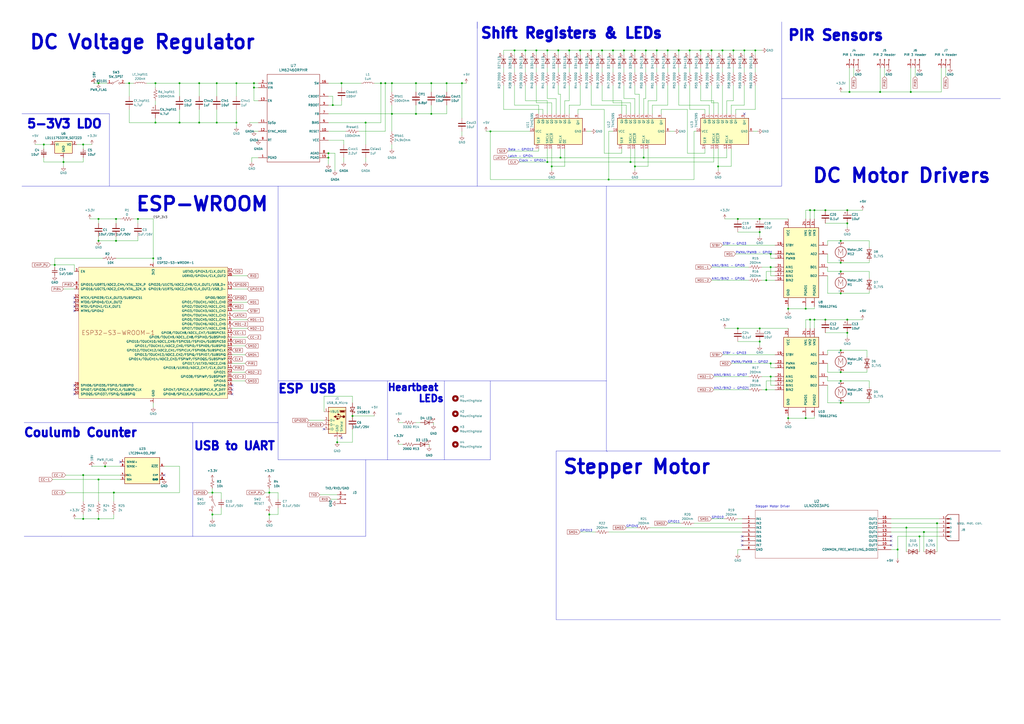
<source format=kicad_sch>
(kicad_sch (version 20230121) (generator eeschema)
  (paper "A2")
  (junction (at 115.57 48.26))
  (junction (at 104.14 71.12))
  (junction (at 284.48 76.2))
  (junction (at 198.12 48.26))
  (junction (at 267.97 48.26))
  (junction (at 491.49 193.04))
  (junction (at 487.68 203.2))
  (junction (at 204.47 241.3))
  (junction (at 193.04 60.96))
  (junction (at 90.17 48.26))
  (junction (at 80.01 127))
  (junction (at 457.2 179.07))
  (junction (at 533.4 311.15))
  (junction (at 25.4 83.82))
  (junction (at 528.32 53.34))
  (junction (at 325.12 91.44))
  (junction (at 311.15 29.21))
  (junction (at 412.75 29.21))
  (junction (at 60.96 270.51))
  (junction (at 425.45 29.21))
  (junction (at 487.68 215.9))
  (junction (at 381 29.21))
  (junction (at 440.69 127))
  (junction (at 320.04 96.52))
  (junction (at 419.1 29.21))
  (junction (at 406.4 29.21))
  (junction (at 317.5 29.21))
  (junction (at 472.44 185.42))
  (junction (at 250.19 66.04))
  (junction (at 427.99 190.5))
  (junction (at 227.33 66.04))
  (junction (at 323.85 29.21))
  (junction (at 125.73 48.26))
  (junction (at 57.15 139.7))
  (junction (at 525.78 306.07))
  (junction (at 190.5 91.44))
  (junction (at 387.35 29.21))
  (junction (at 336.55 29.21))
  (junction (at 373.38 91.44))
  (junction (at 374.65 29.21))
  (junction (at 487.68 170.18))
  (junction (at 57.15 300.99))
  (junction (at 156.21 285.75))
  (junction (at 90.17 71.12))
  (junction (at 67.31 127))
  (junction (at 74.93 48.26))
  (junction (at 241.3 66.04))
  (junction (at 195.58 256.54))
  (junction (at 67.31 139.7))
  (junction (at 491.49 121.92))
  (junction (at 416.56 96.52))
  (junction (at 487.68 220.98))
  (junction (at 241.3 48.26))
  (junction (at 123.19 285.75))
  (junction (at 438.15 29.21))
  (junction (at 487.68 139.7))
  (junction (at 57.15 127))
  (junction (at 447.04 154.94))
  (junction (at 457.2 242.57))
  (junction (at 431.8 29.21))
  (junction (at 66.04 285.75))
  (junction (at 48.26 275.59))
  (junction (at 368.3 96.52))
  (junction (at 36.83 93.98))
  (junction (at 31.75 153.67))
  (junction (at 147.32 48.26))
  (junction (at 349.25 29.21))
  (junction (at 491.49 129.54))
  (junction (at 440.69 134.62))
  (junction (at 361.95 29.21))
  (junction (at 223.52 48.26))
  (junction (at 472.44 121.92))
  (junction (at 440.69 198.12))
  (junction (at 447.04 147.32))
  (junction (at 444.5 162.56))
  (junction (at 447.04 210.82))
  (junction (at 393.7 29.21))
  (junction (at 487.68 152.4))
  (junction (at 427.99 127))
  (junction (at 115.57 71.12))
  (junction (at 467.36 242.57))
  (junction (at 440.69 190.5))
  (junction (at 543.56 303.53))
  (junction (at 212.09 71.12))
  (junction (at 487.68 233.68))
  (junction (at 355.6 29.21))
  (junction (at 520.7 318.77))
  (junction (at 491.49 185.42))
  (junction (at 259.08 48.26))
  (junction (at 353.06 104.14))
  (junction (at 48.26 300.99))
  (junction (at 104.14 48.26))
  (junction (at 137.16 48.26))
  (junction (at 220.98 48.26))
  (junction (at 48.26 83.82))
  (junction (at 447.04 218.44))
  (junction (at 467.36 179.07))
  (junction (at 125.73 71.12))
  (junction (at 298.45 29.21))
  (junction (at 510.54 53.34))
  (junction (at 137.16 71.12))
  (junction (at 57.15 278.13))
  (junction (at 123.19 298.45))
  (junction (at 250.19 48.26))
  (junction (at 400.05 29.21))
  (junction (at 365.76 93.98))
  (junction (at 444.5 226.06))
  (junction (at 147.32 50.8))
  (junction (at 487.68 157.48))
  (junction (at 469.9 121.92))
  (junction (at 156.21 298.45))
  (junction (at 190.5 88.9))
  (junction (at 57.15 48.26))
  (junction (at 330.2 29.21))
  (junction (at 469.9 185.42))
  (junction (at 317.5 93.98))
  (junction (at 368.3 29.21))
  (junction (at 535.94 308.61))
  (junction (at 88.9 149.86))
  (junction (at 478.79 121.92))
  (junction (at 227.33 48.26))
  (junction (at 478.79 185.42))
  (junction (at 304.8 29.21))
  (junction (at 342.9 29.21))
  (junction (at 492.76 53.34))
  (no_connect (at 134.62 223.52))
  (no_connect (at 95.25 275.59))
  (no_connect (at 430.53 311.15))
  (no_connect (at 430.53 313.69))
  (no_connect (at 134.62 228.6))
  (no_connect (at 43.18 172.72))
  (no_connect (at 43.18 175.26))
  (no_connect (at 69.85 267.97))
  (no_connect (at 516.89 311.15))
  (no_connect (at 516.89 316.23))
  (no_connect (at 43.18 228.6))
  (no_connect (at 430.53 316.23))
  (no_connect (at 43.18 177.8))
  (no_connect (at 43.18 226.06))
  (no_connect (at 198.12 254))
  (no_connect (at 516.89 313.69))
  (no_connect (at 43.18 223.52))
  (no_connect (at 187.96 248.92))
  (no_connect (at 431.8 66.04))
  (no_connect (at 43.18 180.34))
  (no_connect (at 134.62 226.06))
  (wire (pts (xy 227.33 48.26) (xy 227.33 53.34)))
  (wire (pts (xy 48.26 83.82) (xy 44.45 83.82)))
  (wire (pts (xy 368.3 57.15) (xy 361.95 57.15)))
  (wire (pts (xy 375.92 86.36) (xy 375.92 96.52)))
  (wire (pts (xy 30.48 278.13) (xy 57.15 278.13)))
  (wire (pts (xy 414.02 218.44) (xy 434.34 218.44)))
  (polyline (pts (xy 111.76 311.15) (xy 212.09 311.15)))
  (wire (pts (xy 406.4 41.91) (xy 406.4 39.37)))
  (wire (pts (xy 378.46 60.96) (xy 387.35 60.96)))
  (wire (pts (xy 491.49 121.92) (xy 500.38 121.92)))
  (wire (pts (xy 487.68 170.18) (xy 504.19 170.18)))
  (wire (pts (xy 440.69 134.62) (xy 440.69 137.16)))
  (wire (pts (xy 419.1 205.74) (xy 449.58 205.74)))
  (wire (pts (xy 444.5 220.98) (xy 449.58 220.98)))
  (wire (pts (xy 472.44 177.8) (xy 472.44 179.07)))
  (wire (pts (xy 147.32 76.2) (xy 149.86 76.2)))
  (wire (pts (xy 80.01 127) (xy 88.9 127)))
  (wire (pts (xy 457.2 177.8) (xy 457.2 179.07)))
  (wire (pts (xy 361.95 57.15) (xy 361.95 49.53)))
  (wire (pts (xy 161.29 298.45) (xy 156.21 298.45)))
  (wire (pts (xy 353.06 76.2) (xy 353.06 104.14)))
  (wire (pts (xy 317.5 31.75) (xy 317.5 29.21)))
  (wire (pts (xy 74.93 48.26) (xy 74.93 55.88)))
  (wire (pts (xy 502.92 215.9) (xy 502.92 214.63)))
  (wire (pts (xy 543.56 303.53) (xy 544.83 303.53)))
  (wire (pts (xy 325.12 66.04) (xy 325.12 54.61)))
  (wire (pts (xy 330.2 66.04) (xy 330.2 60.96)))
  (wire (pts (xy 400.05 41.91) (xy 400.05 39.37)))
  (wire (pts (xy 530.86 39.37) (xy 530.86 44.45)))
  (wire (pts (xy 128.27 285.75) (xy 128.27 289.56)))
  (wire (pts (xy 146.05 91.44) (xy 146.05 93.98)))
  (wire (pts (xy 187.96 238.76) (xy 187.96 229.87)))
  (wire (pts (xy 431.8 60.96) (xy 431.8 49.53)))
  (wire (pts (xy 472.44 121.92) (xy 478.79 121.92)))
  (wire (pts (xy 190.5 71.12) (xy 212.09 71.12)))
  (wire (pts (xy 323.85 29.21) (xy 330.2 29.21)))
  (wire (pts (xy 317.5 93.98) (xy 365.76 93.98)))
  (wire (pts (xy 370.84 54.61) (xy 368.3 54.61)))
  (wire (pts (xy 368.3 29.21) (xy 374.65 29.21)))
  (wire (pts (xy 467.36 121.92) (xy 469.9 121.92)))
  (wire (pts (xy 74.93 71.12) (xy 90.17 71.12)))
  (wire (pts (xy 193.04 55.88) (xy 193.04 60.96)))
  (wire (pts (xy 250.19 48.26) (xy 250.19 53.34)))
  (wire (pts (xy 57.15 127) (xy 67.31 127)))
  (wire (pts (xy 416.56 96.52) (xy 416.56 99.06)))
  (wire (pts (xy 447.04 218.44) (xy 447.04 223.52)))
  (wire (pts (xy 440.69 190.5) (xy 457.2 190.5)))
  (wire (pts (xy 472.44 185.42) (xy 478.79 185.42)))
  (polyline (pts (xy 453.39 12.7) (xy 453.39 107.95)))
  (polyline (pts (xy 322.58 261.62) (xy 351.9452 261.62)))
  (wire (pts (xy 447.04 213.36) (xy 449.58 213.36)))
  (wire (pts (xy 412.75 154.94) (xy 434.34 154.94)))
  (wire (pts (xy 426.72 63.5) (xy 438.15 63.5)))
  (wire (pts (xy 492.76 53.34) (xy 510.54 53.34)))
  (wire (pts (xy 198.12 60.96) (xy 198.12 58.42)))
  (wire (pts (xy 123.19 285.75) (xy 128.27 285.75)))
  (wire (pts (xy 480.06 215.9) (xy 487.68 215.9)))
  (wire (pts (xy 438.15 63.5) (xy 438.15 49.53)))
  (polyline (pts (xy 257.81 266.7) (xy 284.48 266.7)))
  (wire (pts (xy 223.52 48.26) (xy 220.98 48.26)))
  (wire (pts (xy 304.8 58.42) (xy 304.8 49.53)))
  (wire (pts (xy 134.62 167.64) (xy 143.51 167.64)))
  (wire (pts (xy 212.09 71.12) (xy 220.98 71.12)))
  (wire (pts (xy 416.56 59.69) (xy 412.75 59.69)))
  (wire (pts (xy 387.35 303.53) (xy 394.97 303.53)))
  (polyline (pts (xy 276.86 12.7) (xy 276.86 16.51)))
  (wire (pts (xy 320.04 59.69) (xy 311.15 59.69)))
  (polyline (pts (xy 276.86 12.7) (xy 276.86 107.95)))
  (wire (pts (xy 161.29 285.75) (xy 161.29 289.56)))
  (wire (pts (xy 381 29.21) (xy 387.35 29.21)))
  (wire (pts (xy 504.19 152.4) (xy 504.19 151.13)))
  (wire (pts (xy 241.3 48.26) (xy 250.19 48.26)))
  (wire (pts (xy 416.56 96.52) (xy 424.18 96.52)))
  (wire (pts (xy 480.06 160.02) (xy 480.06 170.18)))
  (polyline (pts (xy 161.29 245.11) (xy 161.29 266.7)))
  (polyline (pts (xy 351.79 261.62) (xy 580.39 261.62)))
  (wire (pts (xy 185.42 287.02) (xy 195.58 287.02)))
  (wire (pts (xy 104.14 270.51) (xy 104.14 285.75)))
  (polyline (pts (xy 212.09 266.7) (xy 212.09 308.61)))
  (wire (pts (xy 38.1 285.75) (xy 66.04 285.75)))
  (polyline (pts (xy 111.76 266.7) (xy 111.76 311.15)))
  (wire (pts (xy 467.36 185.42) (xy 469.9 185.42)))
  (wire (pts (xy 414.02 226.06) (xy 434.34 226.06)))
  (wire (pts (xy 134.62 215.9) (xy 142.24 215.9)))
  (wire (pts (xy 74.93 48.26) (xy 77.47 48.26)))
  (wire (pts (xy 74.93 63.5) (xy 74.93 71.12)))
  (wire (pts (xy 134.62 200.66) (xy 142.24 200.66)))
  (wire (pts (xy 179.07 243.84) (xy 187.96 243.84)))
  (wire (pts (xy 353.06 76.2) (xy 355.6 76.2)))
  (wire (pts (xy 48.26 83.82) (xy 53.34 83.82)))
  (wire (pts (xy 393.7 60.96) (xy 411.48 60.96)))
  (wire (pts (xy 414.02 66.04) (xy 414.02 58.42)))
  (wire (pts (xy 349.25 31.75) (xy 349.25 29.21)))
  (wire (pts (xy 504.19 233.68) (xy 504.19 232.41)))
  (wire (pts (xy 284.48 76.2) (xy 307.34 76.2)))
  (wire (pts (xy 467.36 179.07) (xy 457.2 179.07)))
  (wire (pts (xy 478.79 185.42) (xy 491.49 185.42)))
  (wire (pts (xy 80.01 137.16) (xy 80.01 139.7)))
  (wire (pts (xy 457.2 241.3) (xy 457.2 242.57)))
  (wire (pts (xy 77.47 127) (xy 80.01 127)))
  (wire (pts (xy 60.96 270.51) (xy 69.85 270.51)))
  (wire (pts (xy 480.06 218.44) (xy 480.06 220.98)))
  (wire (pts (xy 355.6 59.69) (xy 365.76 59.69)))
  (wire (pts (xy 349.25 29.21) (xy 355.6 29.21)))
  (wire (pts (xy 125.73 48.26) (xy 137.16 48.26)))
  (wire (pts (xy 259.08 60.96) (xy 259.08 66.04)))
  (wire (pts (xy 134.62 180.34) (xy 143.51 180.34)))
  (wire (pts (xy 388.62 76.2) (xy 391.16 76.2)))
  (wire (pts (xy 533.4 311.15) (xy 544.83 311.15)))
  (wire (pts (xy 80.01 129.54) (xy 80.01 127)))
  (wire (pts (xy 353.06 104.14) (xy 402.59 104.14)))
  (wire (pts (xy 438.15 41.91) (xy 438.15 39.37)))
  (wire (pts (xy 469.9 185.42) (xy 472.44 185.42)))
  (wire (pts (xy 525.78 306.07) (xy 525.78 320.04)))
  (wire (pts (xy 412.75 300.99) (xy 420.37 300.99)))
  (polyline (pts (xy 161.29 107.95) (xy 161.29 245.11)))
  (wire (pts (xy 187.96 229.87) (xy 204.47 229.87)))
  (wire (pts (xy 374.65 29.21) (xy 381 29.21)))
  (wire (pts (xy 412.75 29.21) (xy 419.1 29.21)))
  (wire (pts (xy 104.14 48.26) (xy 115.57 48.26)))
  (polyline (pts (xy 580.39 359.41) (xy 322.58 359.41)))
  (wire (pts (xy 204.47 248.92) (xy 204.47 256.54)))
  (wire (pts (xy 383.54 66.04) (xy 383.54 63.5)))
  (wire (pts (xy 335.28 63.5) (xy 335.28 66.04)))
  (wire (pts (xy 134.62 220.98) (xy 142.24 220.98)))
  (wire (pts (xy 294.64 87.63) (xy 312.42 87.63)))
  (wire (pts (xy 387.35 60.96) (xy 387.35 49.53)))
  (wire (pts (xy 304.8 29.21) (xy 311.15 29.21)))
  (wire (pts (xy 427.99 300.99) (xy 430.53 300.99)))
  (wire (pts (xy 467.36 241.3) (xy 467.36 242.57)))
  (wire (pts (xy 373.38 91.44) (xy 373.38 86.36)))
  (wire (pts (xy 528.32 53.34) (xy 546.1 53.34)))
  (wire (pts (xy 323.85 54.61) (xy 323.85 49.53)))
  (wire (pts (xy 227.33 66.04) (xy 241.3 66.04)))
  (wire (pts (xy 535.94 308.61) (xy 544.83 308.61)))
  (wire (pts (xy 363.22 306.07) (xy 369.57 306.07)))
  (wire (pts (xy 54.61 48.26) (xy 57.15 48.26)))
  (polyline (pts (xy 63.5 66.04) (xy 63.5 107.95)))
  (wire (pts (xy 48.26 300.99) (xy 57.15 300.99)))
  (wire (pts (xy 137.16 71.12) (xy 137.16 73.66)))
  (wire (pts (xy 412.75 41.91) (xy 412.75 39.37)))
  (wire (pts (xy 204.47 241.3) (xy 217.17 241.3)))
  (wire (pts (xy 227.33 83.82) (xy 227.33 86.36)))
  (wire (pts (xy 322.58 57.15) (xy 317.5 57.15)))
  (wire (pts (xy 147.32 48.26) (xy 147.32 50.8)))
  (wire (pts (xy 325.12 86.36) (xy 325.12 91.44)))
  (wire (pts (xy 323.85 31.75) (xy 323.85 29.21)))
  (wire (pts (xy 267.97 76.2) (xy 267.97 78.74)))
  (wire (pts (xy 57.15 139.7) (xy 57.15 137.16)))
  (wire (pts (xy 491.49 129.54) (xy 491.49 132.08)))
  (wire (pts (xy 190.5 88.9) (xy 194.31 88.9)))
  (wire (pts (xy 314.96 63.5) (xy 292.1 63.5)))
  (wire (pts (xy 128.27 294.64) (xy 128.27 298.45)))
  (wire (pts (xy 427.99 134.62) (xy 440.69 134.62)))
  (wire (pts (xy 57.15 127) (xy 52.07 127)))
  (wire (pts (xy 370.84 66.04) (xy 370.84 54.61)))
  (wire (pts (xy 374.65 41.91) (xy 374.65 39.37)))
  (wire (pts (xy 375.92 66.04) (xy 375.92 58.42)))
  (wire (pts (xy 360.68 86.36) (xy 360.68 88.9)))
  (wire (pts (xy 88.9 127) (xy 88.9 149.86)))
  (wire (pts (xy 480.06 220.98) (xy 487.68 220.98)))
  (wire (pts (xy 115.57 63.5) (xy 115.57 71.12)))
  (wire (pts (xy 137.16 48.26) (xy 137.16 55.88)))
  (wire (pts (xy 66.04 285.75) (xy 66.04 290.83)))
  (wire (pts (xy 336.55 41.91) (xy 336.55 39.37)))
  (wire (pts (xy 241.3 60.96) (xy 241.3 66.04)))
  (wire (pts (xy 311.15 41.91) (xy 311.15 39.37)))
  (wire (pts (xy 480.06 170.18) (xy 487.68 170.18)))
  (wire (pts (xy 487.68 157.48) (xy 504.19 157.48)))
  (polyline (pts (xy 161.29 266.7) (xy 224.79 266.7)))
  (wire (pts (xy 320.04 96.52) (xy 327.66 96.52)))
  (wire (pts (xy 472.44 242.57) (xy 467.36 242.57)))
  (wire (pts (xy 419.1 41.91) (xy 419.1 39.37)))
  (wire (pts (xy 193.04 60.96) (xy 198.12 60.96)))
  (wire (pts (xy 25.4 91.44) (xy 25.4 93.98)))
  (wire (pts (xy 487.68 139.7) (xy 504.19 139.7)))
  (wire (pts (xy 298.45 29.21) (xy 304.8 29.21)))
  (wire (pts (xy 546.1 39.37) (xy 546.1 53.34)))
  (wire (pts (xy 387.35 31.75) (xy 387.35 29.21)))
  (wire (pts (xy 147.32 50.8) (xy 147.32 58.42)))
  (wire (pts (xy 327.66 66.04) (xy 327.66 58.42)))
  (wire (pts (xy 393.7 31.75) (xy 393.7 29.21)))
  (wire (pts (xy 355.6 31.75) (xy 355.6 29.21)))
  (wire (pts (xy 312.42 66.04) (xy 312.42 60.96)))
  (polyline (pts (xy 224.79 220.98) (xy 224.79 266.7)))
  (wire (pts (xy 492.76 39.37) (xy 492.76 53.34)))
  (wire (pts (xy 330.2 41.91) (xy 330.2 39.37)))
  (wire (pts (xy 425.45 41.91) (xy 425.45 39.37)))
  (wire (pts (xy 259.08 66.04) (xy 250.19 66.04)))
  (wire (pts (xy 48.26 275.59) (xy 69.85 275.59)))
  (polyline (pts (xy 212.09 308.61) (xy 212.09 311.15)))
  (wire (pts (xy 425.45 58.42) (xy 425.45 49.53)))
  (wire (pts (xy 336.55 29.21) (xy 342.9 29.21)))
  (wire (pts (xy 314.96 66.04) (xy 314.96 63.5)))
  (wire (pts (xy 441.96 162.56) (xy 444.5 162.56)))
  (wire (pts (xy 402.59 303.53) (xy 430.53 303.53)))
  (wire (pts (xy 520.7 318.77) (xy 520.7 323.85)))
  (wire (pts (xy 325.12 54.61) (xy 323.85 54.61)))
  (wire (pts (xy 440.69 198.12) (xy 440.69 200.66)))
  (polyline (pts (xy 12.7 66.04) (xy 63.5 66.04)))
  (wire (pts (xy 398.78 88.9) (xy 408.94 88.9)))
  (wire (pts (xy 408.94 88.9) (xy 408.94 86.36)))
  (wire (pts (xy 444.5 162.56) (xy 444.5 157.48)))
  (wire (pts (xy 447.04 154.94) (xy 447.04 160.02)))
  (wire (pts (xy 368.3 31.75) (xy 368.3 29.21)))
  (wire (pts (xy 363.22 66.04) (xy 363.22 60.96)))
  (wire (pts (xy 373.38 57.15) (xy 374.65 57.15)))
  (polyline (pts (xy 284.48 220.98) (xy 284.48 266.7)))
  (wire (pts (xy 72.39 48.26) (xy 74.93 48.26)))
  (wire (pts (xy 361.95 31.75) (xy 361.95 29.21)))
  (wire (pts (xy 416.56 66.04) (xy 416.56 59.69)))
  (wire (pts (xy 156.21 283.21) (xy 156.21 285.75)))
  (wire (pts (xy 400.05 31.75) (xy 400.05 29.21)))
  (wire (pts (xy 36.83 93.98) (xy 48.26 93.98)))
  (wire (pts (xy 88.9 149.86) (xy 88.9 152.4)))
  (wire (pts (xy 161.29 294.64) (xy 161.29 298.45)))
  (wire (pts (xy 411.48 66.04) (xy 411.48 60.96)))
  (wire (pts (xy 241.3 48.26) (xy 241.3 53.34)))
  (wire (pts (xy 478.79 121.92) (xy 491.49 121.92)))
  (wire (pts (xy 327.66 58.42) (xy 330.2 58.42)))
  (wire (pts (xy 467.36 185.42) (xy 467.36 190.5)))
  (wire (pts (xy 284.48 104.14) (xy 353.06 104.14)))
  (wire (pts (xy 123.19 285.75) (xy 120.65 285.75)))
  (wire (pts (xy 90.17 48.26) (xy 90.17 50.8)))
  (wire (pts (xy 412.75 162.56) (xy 434.34 162.56)))
  (polyline (pts (xy 322.58 359.41) (xy 322.58 261.62)))
  (wire (pts (xy 469.9 121.92) (xy 472.44 121.92)))
  (wire (pts (xy 67.31 139.7) (xy 57.15 139.7)))
  (wire (pts (xy 449.58 162.56) (xy 444.5 162.56)))
  (wire (pts (xy 449.58 226.06) (xy 444.5 226.06)))
  (wire (pts (xy 480.06 210.82) (xy 480.06 215.9)))
  (wire (pts (xy 57.15 48.26) (xy 62.23 48.26)))
  (wire (pts (xy 156.21 298.45) (xy 156.21 300.99)))
  (wire (pts (xy 134.62 160.02) (xy 143.51 160.02)))
  (polyline (pts (xy 351.9452 261.62) (xy 352.3023 261.9771)))
  (wire (pts (xy 427.99 318.77) (xy 427.99 321.31)))
  (wire (pts (xy 304.8 31.75) (xy 304.8 29.21)))
  (wire (pts (xy 137.16 63.5) (xy 137.16 71.12)))
  (wire (pts (xy 480.06 154.94) (xy 480.06 157.48)))
  (wire (pts (xy 36.83 91.44) (xy 36.83 93.98)))
  (wire (pts (xy 312.42 60.96) (xy 298.45 60.96)))
  (wire (pts (xy 29.21 153.67) (xy 31.75 153.67)))
  (wire (pts (xy 438.15 31.75) (xy 438.15 29.21)))
  (wire (pts (xy 491.49 193.04) (xy 491.49 195.58)))
  (wire (pts (xy 95.25 270.51) (xy 104.14 270.51)))
  (wire (pts (xy 457.2 242.57) (xy 457.2 243.84)))
  (wire (pts (xy 398.78 63.5) (xy 398.78 88.9)))
  (wire (pts (xy 436.88 76.2) (xy 439.42 76.2)))
  (wire (pts (xy 259.08 48.26) (xy 259.08 53.34)))
  (wire (pts (xy 414.02 58.42) (xy 406.4 58.42)))
  (wire (pts (xy 447.04 213.36) (xy 447.04 210.82)))
  (wire (pts (xy 447.04 160.02) (xy 449.58 160.02)))
  (wire (pts (xy 427.99 198.12) (xy 440.69 198.12)))
  (wire (pts (xy 317.5 58.42) (xy 304.8 58.42)))
  (wire (pts (xy 156.21 285.75) (xy 156.21 287.02)))
  (wire (pts (xy 520.7 311.15) (xy 533.4 311.15)))
  (wire (pts (xy 304.8 41.91) (xy 304.8 39.37)))
  (wire (pts (xy 373.38 66.04) (xy 373.38 57.15)))
  (wire (pts (xy 227.33 66.04) (xy 227.33 76.2)))
  (polyline (pts (xy 161.29 220.98) (xy 351.79 220.98)))
  (wire (pts (xy 421.64 66.04) (xy 421.64 58.42)))
  (wire (pts (xy 212.09 71.12) (xy 212.09 83.82)))
  (wire (pts (xy 31.75 153.67) (xy 43.18 153.67)))
  (wire (pts (xy 298.45 60.96) (xy 298.45 49.53)))
  (wire (pts (xy 57.15 298.45) (xy 57.15 300.99)))
  (wire (pts (xy 467.36 177.8) (xy 467.36 179.07)))
  (wire (pts (xy 502.92 203.2) (xy 502.92 207.01)))
  (polyline (pts (xy 276.86 107.95) (xy 351.79 107.95)))
  (wire (pts (xy 487.68 220.98) (xy 504.19 220.98)))
  (wire (pts (xy 67.31 127) (xy 67.31 129.54)))
  (wire (pts (xy 419.1 29.21) (xy 425.45 29.21)))
  (wire (pts (xy 516.89 308.61) (xy 535.94 308.61)))
  (wire (pts (xy 368.3 86.36) (xy 368.3 96.52)))
  (wire (pts (xy 320.04 96.52) (xy 320.04 99.06)))
  (wire (pts (xy 424.18 66.04) (xy 424.18 60.96)))
  (wire (pts (xy 548.64 39.37) (xy 548.64 44.45)))
  (wire (pts (xy 31.75 154.94) (xy 31.75 153.67)))
  (wire (pts (xy 43.18 153.67) (xy 43.18 157.48)))
  (wire (pts (xy 406.4 58.42) (xy 406.4 49.53)))
  (wire (pts (xy 250.19 66.04) (xy 241.3 66.04)))
  (wire (pts (xy 360.68 66.04) (xy 360.68 58.42)))
  (wire (pts (xy 381 41.91) (xy 381 39.37)))
  (wire (pts (xy 402.59 76.2) (xy 403.86 76.2)))
  (wire (pts (xy 420.37 190.5) (xy 427.99 190.5)))
  (polyline (pts (xy 12.7 107.95) (xy 276.86 107.95)))
  (wire (pts (xy 478.79 129.54) (xy 491.49 129.54)))
  (wire (pts (xy 355.6 29.21) (xy 361.95 29.21)))
  (wire (pts (xy 36.83 167.64) (xy 43.18 167.64)))
  (wire (pts (xy 90.17 71.12) (xy 90.17 68.58)))
  (wire (pts (xy 134.62 205.74) (xy 142.24 205.74)))
  (wire (pts (xy 125.73 55.88) (xy 125.73 48.26)))
  (wire (pts (xy 199.39 81.28) (xy 199.39 83.82)))
  (wire (pts (xy 31.75 149.86) (xy 31.75 153.67)))
  (wire (pts (xy 90.17 58.42) (xy 90.17 60.96)))
  (wire (pts (xy 377.19 306.07) (xy 430.53 306.07)))
  (wire (pts (xy 419.1 66.04) (xy 419.1 49.53)))
  (wire (pts (xy 520.7 318.77) (xy 520.7 311.15)))
  (wire (pts (xy 57.15 278.13) (xy 57.15 290.83)))
  (wire (pts (xy 425.45 31.75) (xy 425.45 29.21)))
  (wire (pts (xy 368.3 96.52) (xy 368.3 99.06)))
  (wire (pts (xy 53.34 270.51) (xy 60.96 270.51)))
  (wire (pts (xy 317.5 41.91) (xy 317.5 39.37)))
  (wire (pts (xy 267.97 48.26) (xy 267.97 68.58)))
  (wire (pts (xy 381 31.75) (xy 381 29.21)))
  (wire (pts (xy 393.7 29.21) (xy 400.05 29.21)))
  (wire (pts (xy 123.19 285.75) (xy 123.19 287.02)))
  (wire (pts (xy 325.12 91.44) (xy 373.38 91.44)))
  (wire (pts (xy 281.94 76.2) (xy 284.48 76.2)))
  (wire (pts (xy 516.89 306.07) (xy 525.78 306.07)))
  (wire (pts (xy 441.96 29.21) (xy 438.15 29.21)))
  (wire (pts (xy 300.99 93.98) (xy 317.5 93.98)))
  (wire (pts (xy 427.99 127) (xy 440.69 127)))
  (wire (pts (xy 360.68 88.9) (xy 350.52 88.9)))
  (wire (pts (xy 491.49 185.42) (xy 500.38 185.42)))
  (wire (pts (xy 361.95 29.21) (xy 368.3 29.21)))
  (wire (pts (xy 412.75 31.75) (xy 412.75 29.21)))
  (wire (pts (xy 317.5 66.04) (xy 317.5 58.42)))
  (wire (pts (xy 447.04 147.32) (xy 449.58 147.32)))
  (wire (pts (xy 447.04 147.32) (xy 447.04 149.86)))
  (wire (pts (xy 198.12 48.26) (xy 198.12 50.8)))
  (wire (pts (xy 350.52 88.9) (xy 350.52 63.5)))
  (wire (pts (xy 457.2 179.07) (xy 457.2 180.34)))
  (wire (pts (xy 25.4 83.82) (xy 25.4 86.36)))
  (wire (pts (xy 80.01 139.7) (xy 67.31 139.7)))
  (wire (pts (xy 298.45 41.91) (xy 298.45 39.37)))
  (wire (pts (xy 355.6 41.91) (xy 355.6 39.37)))
  (wire (pts (xy 67.31 127) (xy 69.85 127)))
  (wire (pts (xy 190.5 76.2) (xy 200.66 76.2)))
  (wire (pts (xy 250.19 60.96) (xy 250.19 66.04)))
  (wire (pts (xy 57.15 129.54) (xy 57.15 127)))
  (wire (pts (xy 294.64 91.44) (xy 325.12 91.44)))
  (wire (pts (xy 104.14 71.12) (xy 115.57 71.12)))
  (wire (pts (xy 144.78 71.12) (xy 149.86 71.12)))
  (wire (pts (xy 48.26 275.59) (xy 48.26 290.83)))
  (wire (pts (xy 469.9 185.42) (xy 469.9 190.5)))
  (wire (pts (xy 104.14 48.26) (xy 104.14 55.88)))
  (wire (pts (xy 480.06 157.48) (xy 487.68 157.48)))
  (wire (pts (xy 365.76 93.98) (xy 414.02 93.98)))
  (wire (pts (xy 292.1 31.75) (xy 292.1 29.21)))
  (wire (pts (xy 363.22 60.96) (xy 342.9 60.96)))
  (wire (pts (xy 85.09 48.26) (xy 90.17 48.26)))
  (wire (pts (xy 199.39 91.44) (xy 199.39 93.98)))
  (wire (pts (xy 231.14 245.11) (xy 233.68 245.11)))
  (wire (pts (xy 374.65 31.75) (xy 374.65 29.21)))
  (wire (pts (xy 421.64 58.42) (xy 425.45 58.42)))
  (wire (pts (xy 147.32 50.8) (xy 149.86 50.8)))
  (wire (pts (xy 504.19 170.18) (xy 504.19 168.91)))
  (wire (pts (xy 342.9 29.21) (xy 349.25 29.21)))
  (wire (pts (xy 349.25 41.91) (xy 349.25 39.37)))
  (wire (pts (xy 330.2 31.75) (xy 330.2 29.21)))
  (wire (pts (xy 426.72 147.32) (xy 447.04 147.32)))
  (wire (pts (xy 373.38 91.44) (xy 421.64 91.44)))
  (wire (pts (xy 535.94 308.61) (xy 535.94 320.04)))
  (wire (pts (xy 223.52 48.26) (xy 227.33 48.26)))
  (wire (pts (xy 57.15 300.99) (xy 66.04 300.99)))
  (polyline (pts (xy 351.79 220.98) (xy 351.79 261.62)))
  (wire (pts (xy 449.58 223.52) (xy 447.04 223.52)))
  (wire (pts (xy 361.95 41.91) (xy 361.95 39.37)))
  (wire (pts (xy 378.46 66.04) (xy 378.46 60.96)))
  (wire (pts (xy 414.02 93.98) (xy 414.02 86.36)))
  (wire (pts (xy 516.89 300.99) (xy 544.83 300.99)))
  (wire (pts (xy 365.76 66.04) (xy 365.76 59.69)))
  (wire (pts (xy 134.62 175.26) (xy 143.51 175.26)))
  (wire (pts (xy 480.06 142.24) (xy 480.06 139.7)))
  (wire (pts (xy 190.5 48.26) (xy 198.12 48.26)))
  (wire (pts (xy 425.45 29.21) (xy 431.8 29.21)))
  (wire (pts (xy 284.48 76.2) (xy 284.48 104.14)))
  (wire (pts (xy 156.21 285.75) (xy 161.29 285.75)))
  (polyline (pts (xy 111.76 245.11) (xy 111.76 266.7)))
  (wire (pts (xy 48.26 298.45) (xy 48.26 300.99)))
  (wire (pts (xy 259.08 48.26) (xy 267.97 48.26)))
  (wire (pts (xy 472.44 121.92) (xy 472.44 127)))
  (wire (pts (xy 115.57 48.26) (xy 115.57 55.88)))
  (wire (pts (xy 368.3 41.91) (xy 368.3 39.37)))
  (wire (pts (xy 350.52 63.5) (xy 335.28 63.5)))
  (wire (pts (xy 420.37 127) (xy 427.99 127)))
  (wire (pts (xy 190.5 66.04) (xy 227.33 66.04)))
  (wire (pts (xy 320.04 86.36) (xy 320.04 96.52)))
  (wire (pts (xy 90.17 48.26) (xy 104.14 48.26)))
  (wire (pts (xy 504.19 139.7) (xy 504.19 143.51)))
  (wire (pts (xy 208.28 76.2) (xy 223.52 76.2)))
  (wire (pts (xy 59.69 149.86) (xy 31.75 149.86)))
  (wire (pts (xy 355.6 59.69) (xy 355.6 49.53)))
  (wire (pts (xy 387.35 41.91) (xy 387.35 39.37)))
  (wire (pts (xy 250.19 48.26) (xy 259.08 48.26)))
  (wire (pts (xy 137.16 48.26) (xy 147.32 48.26)))
  (wire (pts (xy 323.85 41.91) (xy 323.85 39.37)))
  (wire (pts (xy 48.26 83.82) (xy 48.26 86.36)))
  (wire (pts (xy 480.06 205.74) (xy 480.06 203.2)))
  (wire (pts (xy 231.14 257.81) (xy 233.68 257.81)))
  (wire (pts (xy 292.1 41.91) (xy 292.1 39.37)))
  (wire (pts (xy 149.86 48.26) (xy 147.32 48.26)))
  (wire (pts (xy 125.73 71.12) (xy 125.73 63.5)))
  (wire (pts (xy 424.18 86.36) (xy 424.18 96.52)))
  (wire (pts (xy 292.1 29.21) (xy 298.45 29.21)))
  (wire (pts (xy 104.14 63.5) (xy 104.14 71.12)))
  (wire (pts (xy 374.65 57.15) (xy 374.65 49.53)))
  (wire (pts (xy 383.54 63.5) (xy 398.78 63.5)))
  (wire (pts (xy 212.09 91.44) (xy 212.09 93.98)))
  (wire (pts (xy 368.3 96.52) (xy 375.92 96.52)))
  (wire (pts (xy 241.3 245.11) (xy 243.84 245.11)))
  (wire (pts (xy 336.55 31.75) (xy 336.55 29.21)))
  (wire (pts (xy 510.54 39.37) (xy 510.54 53.34)))
  (wire (pts (xy 270.51 48.26) (xy 267.97 48.26)))
  (wire (pts (xy 311.15 31.75) (xy 311.15 29.21)))
  (wire (pts (xy 467.36 121.92) (xy 467.36 127)))
  (wire (pts (xy 156.21 297.18) (xy 156.21 298.45)))
  (wire (pts (xy 440.69 127) (xy 457.2 127)))
  (wire (pts (xy 134.62 210.82) (xy 142.24 210.82)))
  (wire (pts (xy 441.96 218.44) (xy 447.04 218.44)))
  (wire (pts (xy 227.33 60.96) (xy 227.33 66.04)))
  (wire (pts (xy 146.05 91.44) (xy 149.86 91.44)))
  (wire (pts (xy 495.3 39.37) (xy 495.3 44.45)))
  (wire (pts (xy 431.8 41.91) (xy 431.8 39.37)))
  (wire (pts (xy 528.32 39.37) (xy 528.32 53.34)))
  (wire (pts (xy 533.4 311.15) (xy 533.4 320.04)))
  (wire (pts (xy 190.5 88.9) (xy 190.5 91.44)))
  (wire (pts (xy 469.9 121.92) (xy 469.9 127)))
  (wire (pts (xy 441.96 226.06) (xy 444.5 226.06)))
  (wire (pts (xy 504.19 220.98) (xy 504.19 224.79)))
  (wire (pts (xy 447.04 210.82) (xy 449.58 210.82)))
  (wire (pts (xy 480.06 139.7) (xy 487.68 139.7)))
  (wire (pts (xy 387.35 29.21) (xy 393.7 29.21)))
  (wire (pts (xy 336.55 308.61) (xy 345.44 308.61)))
  (wire (pts (xy 424.18 60.96) (xy 431.8 60.96)))
  (wire (pts (xy 134.62 190.5) (xy 143.51 190.5)))
  (wire (pts (xy 444.5 157.48) (xy 449.58 157.48)))
  (wire (pts (xy 412.75 59.69) (xy 412.75 49.53)))
  (polyline (pts (xy 13.97 311.15) (xy 35.56 311.15)))
  (polyline (pts (xy 13.97 245.11) (xy 161.29 245.11)))
  (wire (pts (xy 204.47 256.54) (xy 195.58 256.54)))
  (wire (pts (xy 317.5 29.21) (xy 323.85 29.21)))
  (wire (pts (xy 400.05 63.5) (xy 400.05 49.53)))
  (wire (pts (xy 311.15 59.69) (xy 311.15 49.53)))
  (polyline (pts (xy 351.79 107.95) (xy 351.79 220.98)))
  (wire (pts (xy 128.27 298.45) (xy 123.19 298.45)))
  (wire (pts (xy 336.55 60.96) (xy 336.55 49.53)))
  (wire (pts (xy 472.44 241.3) (xy 472.44 242.57)))
  (wire (pts (xy 368.3 66.04) (xy 368.3 57.15)))
  (wire (pts (xy 43.18 300.99) (xy 48.26 300.99)))
  (wire (pts (xy 424.18 210.82) (xy 447.04 210.82)))
  (wire (pts (xy 38.1 275.59) (xy 48.26 275.59)))
  (wire (pts (xy 57.15 278.13) (xy 69.85 278.13)))
  (wire (pts (xy 441.96 154.94) (xy 447.04 154.94)))
  (wire (pts (xy 487.68 203.2) (xy 502.92 203.2)))
  (wire (pts (xy 190.5 55.88) (xy 193.04 55.88)))
  (wire (pts (xy 487.68 152.4) (xy 504.19 152.4)))
  (wire (pts (xy 353.06 308.61) (xy 430.53 308.61)))
  (polyline (pts (xy 111.76 311.15) (xy 35.56 311.15)))
  (wire (pts (xy 251.46 245.11) (xy 251.46 246.38)))
  (wire (pts (xy 447.04 218.44) (xy 449.58 218.44)))
  (wire (pts (xy 322.58 66.04) (xy 322.58 57.15)))
  (wire (pts (xy 408.94 66.04) (xy 408.94 63.5)))
  (wire (pts (xy 408.94 63.5) (xy 400.05 63.5)))
  (polyline (pts (xy 351.79 107.95) (xy 453.39 107.95)))
  (wire (pts (xy 467.36 242.57) (xy 457.2 242.57)))
  (wire (pts (xy 342.9 60.96) (xy 342.9 49.53)))
  (wire (pts (xy 342.9 31.75) (xy 342.9 29.21)))
  (wire (pts (xy 25.4 83.82) (xy 20.32 83.82)))
  (wire (pts (xy 340.36 76.2) (xy 342.9 76.2)))
  (wire (pts (xy 317.5 57.15) (xy 317.5 49.53)))
  (wire (pts (xy 520.7 318.77) (xy 516.89 318.77)))
  (wire (pts (xy 190.5 81.28) (xy 199.39 81.28)))
  (wire (pts (xy 478.79 193.04) (xy 491.49 193.04)))
  (wire (pts (xy 406.4 29.21) (xy 412.75 29.21)))
  (wire (pts (xy 67.31 137.16) (xy 67.31 139.7)))
  (polyline (pts (xy 453.39 57.15) (xy 580.39 57.15)))
  (wire (pts (xy 349.25 58.42) (xy 349.25 49.53)))
  (wire (pts (xy 444.5 226.06) (xy 444.5 220.98)))
  (wire (pts (xy 360.68 58.42) (xy 349.25 58.42)))
  (wire (pts (xy 419.1 142.24) (xy 449.58 142.24)))
  (wire (pts (xy 330.2 60.96) (xy 336.55 60.96)))
  (wire (pts (xy 88.9 233.68) (xy 88.9 236.22)))
  (wire (pts (xy 147.32 58.42) (xy 149.86 58.42)))
  (wire (pts (xy 480.06 147.32) (xy 480.06 152.4)))
  (wire (pts (xy 487.68 233.68) (xy 504.19 233.68)))
  (wire (pts (xy 504.19 157.48) (xy 504.19 161.29)))
  (wire (pts (xy 292.1 63.5) (xy 292.1 49.53)))
  (wire (pts (xy 67.31 149.86) (xy 88.9 149.86)))
  (wire (pts (xy 223.52 76.2) (xy 223.52 48.26)))
  (wire (pts (xy 368.3 54.61) (xy 368.3 49.53)))
  (wire (pts (xy 426.72 66.04) (xy 426.72 63.5)))
  (wire (pts (xy 36.83 93.98) (xy 36.83 96.52)))
  (wire (pts (xy 125.73 71.12) (xy 137.16 71.12)))
  (wire (pts (xy 421.64 91.44) (xy 421.64 86.36)))
  (polyline (pts (xy 257.81 220.98) (xy 257.81 266.7)))
  (wire (pts (xy 115.57 48.26) (xy 125.73 48.26)))
  (wire (pts (xy 487.68 215.9) (xy 502.92 215.9)))
  (wire (pts (xy 190.5 60.96) (xy 193.04 60.96)))
  (wire (pts (xy 416.56 86.36) (xy 416.56 96.52)))
  (wire (pts (xy 516.89 303.53) (xy 543.56 303.53)))
  (wire (pts (xy 191.77 289.56) (xy 195.58 289.56)))
  (wire (pts (xy 472.44 179.07) (xy 467.36 179.07)))
  (wire (pts (xy 134.62 195.58) (xy 143.51 195.58)))
  (wire (pts (xy 123.19 283.21) (xy 123.19 285.75)))
  (wire (pts (xy 204.47 229.87) (xy 204.47 233.68)))
  (wire (pts (xy 90.17 71.12) (xy 104.14 71.12)))
  (wire (pts (xy 198.12 48.26) (xy 209.55 48.26)))
  (wire (pts (xy 220.98 71.12) (xy 220.98 48.26)))
  (wire (pts (xy 248.92 257.81) (xy 248.92 259.08)))
  (wire (pts (xy 427.99 190.5) (xy 440.69 190.5)))
  (wire (pts (xy 381 58.42) (xy 381 49.53)))
  (wire (pts (xy 115.57 71.12) (xy 125.73 71.12)))
  (wire (pts (xy 123.19 298.45) (xy 123.19 300.99)))
  (wire (pts (xy 342.9 41.91) (xy 342.9 39.37)))
  (wire (pts (xy 393.7 41.91) (xy 393.7 39.37)))
  (wire (pts (xy 472.44 185.42) (xy 472.44 190.5)))
  (wire (pts (xy 406.4 31.75) (xy 406.4 29.21)))
  (wire (pts (xy 317.5 86.36) (xy 317.5 93.98)))
  (wire (pts (xy 402.59 76.2) (xy 402.59 104.14)))
  (wire (pts (xy 327.66 86.36) (xy 327.66 96.52)))
  (wire (pts (xy 320.04 66.04) (xy 320.04 59.69)))
  (wire (pts (xy 227.33 48.26) (xy 241.3 48.26)))
  (wire (pts (xy 513.08 39.37) (xy 513.08 44.45)))
  (wire (pts (xy 431.8 29.21) (xy 438.15 29.21)))
  (wire (pts (xy 25.4 93.98) (xy 36.83 93.98)))
  (wire (pts (xy 480.06 223.52) (xy 480.06 233.68)))
  (wire (pts (xy 25.4 83.82) (xy 29.21 83.82)))
  (wire (pts (xy 510.54 53.34) (xy 528.32 53.34)))
  (wire (pts (xy 427.99 318.77) (xy 430.53 318.77)))
  (wire (pts (xy 190.5 91.44) (xy 190.5 95.25)))
  (wire (pts (xy 217.17 48.26) (xy 220.98 48.26)))
  (wire (pts (xy 393.7 60.96) (xy 393.7 49.53)))
  (wire (pts (xy 194.31 88.9) (xy 194.31 99.06)))
  (wire (pts (xy 156.21 285.75) (xy 153.67 285.75)))
  (wire (pts (xy 492.76 53.34) (xy 487.68 53.34)))
  (wire (pts (xy 419.1 31.75) (xy 419.1 29.21)))
  (wire (pts (xy 330.2 58.42) (xy 330.2 49.53)))
  (wire (pts (xy 312.42 87.63) (xy 312.42 86.36)))
  (wire (pts (xy 48.26 93.98) (xy 48.26 91.44)))
  (wire (pts (xy 431.8 31.75) (xy 431.8 29.21)))
  (wire (pts (xy 66.04 285.75) (xy 104.14 285.75)))
  (wire (pts (xy 311.15 29.21) (xy 317.5 29.21)))
  (wire (pts (xy 195.58 254) (xy 195.58 256.54)))
  (wire (pts (xy 134.62 185.42) (xy 143.51 185.42)))
  (wire (pts (xy 123.19 297.18) (xy 123.19 298.45)))
  (wire (pts (xy 400.05 29.21) (xy 406.4 29.21)))
  (wire (pts (xy 543.56 303.53) (xy 543.56 320.04)))
  (wire (pts (xy 298.45 31.75) (xy 298.45 29.21)))
  (wire (pts (xy 375.92 58.42) (xy 381 58.42)))
  (wire (pts (xy 365.76 93.98) (xy 365.76 86.36)))
  (wire (pts (xy 330.2 29.21) (xy 336.55 29.21)))
  (wire (pts (xy 447.04 154.94) (xy 449.58 154.94)))
  (wire (pts (xy 480.06 152.4) (xy 487.68 152.4)))
  (polyline (pts (xy 224.79 266.7) (xy 257.81 266.7)))
  (wire (pts (xy 480.06 203.2) (xy 487.68 203.2)))
  (wire (pts (xy 66.04 298.45) (xy 66.04 300.99)))
  (wire (pts (xy 480.06 233.68) (xy 487.68 233.68)))
  (wire (pts (xy 525.78 306.07) (xy 544.83 306.07)))
  (wire (pts (xy 447.04 149.86) (xy 449.58 149.86)))
  (text "ESP-WROOM\n" (at 156.21 123.19 0) (effects (font (size 8 8) (thickness 1.6) bold) (justify right bottom)))
  (text "GPIO11" (at 387.35 303.53 0) (effects (font (size 1.27 1.27)) (justify left bottom)))
  (text "PWMA/PWMB - GPIO2" (at 424.18 210.82 0) (effects (font (size 1.27 1.27)) (justify left bottom)))
  (text "Shift Registers & LEDs" (at 384.81 22.86 0) (effects (font (size 6 6) (thickness 1.6) bold) (justify right bottom)))
  (text "PWMA/PWMB - GPIO1" (at 426.72 147.32 0) (effects (font (size 1.27 1.27)) (justify left bottom)))
  (text "Clock - GPIO14" (at 300.99 93.98 0) (effects (font (size 1.27 1.27)) (justify left bottom)))
  (text "DC Voltage Regulator" (at 148.59 29.21 0) (effects (font (size 8 8) (thickness 1.6) bold) (justify right bottom)))
  (text "Heartbeat \nLEDs" (at 257.81 233.68 0) (effects (font (size 4 4) (thickness 1.6) bold) (justify right bottom)))
  (text "GPIO45\n" (at 363.22 306.07 0) (effects (font (size 1.27 1.27)) (justify left bottom)))
  (text "5-3V3 LDO" (at 59.69 74.93 0) (effects (font (size 5 5) (thickness 1.6) bold) (justify right bottom)))
  (text "Latch - GPIO4" (at 294.64 91.44 0) (effects (font (size 1.27 1.27)) (justify left bottom)))
  (text "AIN2/BIN2 - GPIO21" (at 414.02 226.06 0) (effects (font (size 1.27 1.27)) (justify left bottom)))
  (text "Stepper Motor" (at 412.75 275.59 0) (effects (font (size 8 8) (thickness 1.6) bold) (justify right bottom)))
  (text "Stepper Motor Driver" (at 438.15 294.64 0) (effects (font (size 1.27 1.27)) (justify left bottom)))
  (text "GPIO10" (at 412.75 300.99 0) (effects (font (size 1.27 1.27)) (justify left bottom)))
  (text "AIN1/BIN1 - GPIO5" (at 412.75 154.94 0) (effects (font (size 1.27 1.27)) (justify left bottom)))
  (text "STBY - GPIO3" (at 419.1 205.74 0) (effects (font (size 1.27 1.27)) (justify left bottom)))
  (text "AIN1/BIN1 - GPIO7" (at 414.02 218.44 0) (effects (font (size 1.27 1.27)) (justify left bottom)))
  (text "AIN1/BIN2 - GPIO6" (at 412.75 162.56 0) (effects (font (size 1.27 1.27)) (justify left bottom)))
  (text "GPIO13" (at 336.55 308.61 0) (effects (font (size 1.27 1.27)) (justify left bottom)))
  (text "ESP USB\n" (at 195.58 228.6 0) (effects (font (size 5 5) (thickness 1.6) bold) (justify right bottom)))
  (text "DC Motor Drivers" (at 575.31 106.68 0) (effects (font (size 8 8) (thickness 1.6) bold) (justify right bottom)))
  (text "STBY - GPIO3" (at 419.1 142.24 0) (effects (font (size 1.27 1.27)) (justify left bottom)))
  (text "USB to UART" (at 160.02 261.62 0) (effects (font (size 4.8 4.8) (thickness 1.6) bold) (justify right bottom)))
  (text "Data - GPIO12" (at 294.64 87.63 0) (effects (font (size 1.27 1.27)) (justify left bottom)))
  (text "Coulumb Counter" (at 80.01 254 0) (effects (font (size 5 5) (thickness 1.6) bold) (justify right bottom)))
  (text "PIR Sensors\n" (at 513.08 24.13 0) (effects (font (size 6 6) (thickness 1.6) bold) (justify right bottom)))
  (label "ESP_3V3" (at 88.9 127 0))
  (global_label "CC-1" (shape input) (at 30.48 278.13 180) (property "Intersheetrefs" "${INTERSHEET_REFS}" (effects hide)))
  (global_label "MD1-2" (shape input) (at 412.75 162.56 180) (property "Intersheetrefs" "${INTERSHEET_REFS}" (effects hide)))
  (global_label "SMD2" (shape input) (at 387.35 303.53 180) (property "Intersheetrefs" "${INTERSHEET_REFS}" (effects hide)))
  (global_label "STBY" (shape input) (at 143.51 180.34 0) (property "Intersheetrefs" "${INTERSHEET_REFS}" (effects hide)))
  (global_label "CC-2" (shape input) (at 143.51 195.58 0) (property "Intersheetrefs" "${INTERSHEET_REFS}" (effects hide)))
  (global_label "LATCH" (shape input) (at 134.62 182.88 0) (property "Intersheetrefs" "${INTERSHEET_REFS}" (effects hide)))
  (global_label "PIR4" (shape input) (at 36.83 167.64 180) (property "Intersheetrefs" "${INTERSHEET_REFS}" (effects hide)))
  (global_label "CHIP_PU" (shape input) (at 29.21 153.67 180) (property "Intersheetrefs" "${INTERSHEET_REFS}" (effects hide)))
  (global_label "MD2-1" (shape input) (at 143.51 190.5 0) (property "Intersheetrefs" "${INTERSHEET_REFS}" (effects hide)))
  (global_label "RXD" (shape input) (at 191.77 289.56 180) (property "Intersheetrefs" "${INTERSHEET_REFS}" (effects hide)))
  (global_label "MD1-2" (shape input) (at 134.62 187.96 0) (property "Intersheetrefs" "${INTERSHEET_REFS}" (effects hide)))
  (global_label "GPIO0" (shape input) (at 120.65 285.75 180) (property "Intersheetrefs" "${INTERSHEET_REFS}" (effects hide)))
  (global_label "PIR1" (shape input) (at 495.3 44.45 270) (property "Intersheetrefs" "${INTERSHEET_REFS}" (effects hide)))
  (global_label "GPIO19" (shape input) (at 143.51 167.64 0) (property "Intersheetrefs" "${INTERSHEET_REFS}" (effects hide)))
  (global_label "MD2-1" (shape input) (at 414.02 218.44 180) (property "Intersheetrefs" "${INTERSHEET_REFS}" (effects hide)))
  (global_label "MD2-2" (shape input) (at 414.02 226.06 180) (property "Intersheetrefs" "${INTERSHEET_REFS}" (effects hide)))
  (global_label "SER" (shape input) (at 294.64 87.63 180) (property "Intersheetrefs" "${INTERSHEET_REFS}" (effects hide)))
  (global_label "CC-2" (shape input) (at 38.1 275.59 180) (property "Intersheetrefs" "${INTERSHEET_REFS}" (effects hide)))
  (global_label "CC-3" (shape input) (at 134.62 218.44 0) (property "Intersheetrefs" "${INTERSHEET_REFS}" (effects hide)))
  (global_label "MD1" (shape input) (at 426.72 147.32 180) (property "Intersheetrefs" "${INTERSHEET_REFS}" (effects hide)))
  (global_label "MD1-1" (shape input) (at 143.51 185.42 0) (property "Intersheetrefs" "${INTERSHEET_REFS}" (effects hide)))
  (global_label "SMD3" (shape input) (at 363.22 306.07 180) (property "Intersheetrefs" "${INTERSHEET_REFS}" (effects hide)))
  (global_label "MD2" (shape input) (at 134.62 177.8 0) (property "Intersheetrefs" "${INTERSHEET_REFS}" (effects hide)))
  (global_label "MD2-2" (shape input) (at 142.24 215.9 0) (property "Intersheetrefs" "${INTERSHEET_REFS}" (effects hide)))
  (global_label "LATCH" (shape input) (at 294.64 91.44 180) (property "Intersheetrefs" "${INTERSHEET_REFS}" (effects hide)))
  (global_label "PIR3" (shape input) (at 530.86 44.45 270) (property "Intersheetrefs" "${INTERSHEET_REFS}" (effects hide)))
  (global_label "CHIP_PU" (shape input) (at 153.67 285.75 180) (property "Intersheetrefs" "${INTERSHEET_REFS}" (effects hide)))
  (global_label "PIR2" (shape input) (at 134.62 213.36 0) (property "Intersheetrefs" "${INTERSHEET_REFS}" (effects hide)))
  (global_label "SMD1" (shape input) (at 412.75 300.99 180) (property "Intersheetrefs" "${INTERSHEET_REFS}" (effects hide)))
  (global_label "PIR3" (shape input) (at 43.18 165.1 180) (property "Intersheetrefs" "${INTERSHEET_REFS}" (effects hide)))
  (global_label "MD2" (shape input) (at 424.18 210.82 180) (property "Intersheetrefs" "${INTERSHEET_REFS}" (effects hide)))
  (global_label "CLK" (shape input) (at 134.62 208.28 0) (property "Intersheetrefs" "${INTERSHEET_REFS}" (effects hide)))
  (global_label "MD1" (shape input) (at 143.51 175.26 0) (property "Intersheetrefs" "${INTERSHEET_REFS}" (effects hide)))
  (global_label "GPIO19" (shape input) (at 187.96 246.38 180) (property "Intersheetrefs" "${INTERSHEET_REFS}" (effects hide)))
  (global_label "SMD4" (shape input) (at 142.24 205.74 0) (property "Intersheetrefs" "${INTERSHEET_REFS}" (effects hide)))
  (global_label "MD1-1" (shape input) (at 412.75 154.94 180) (property "Intersheetrefs" "${INTERSHEET_REFS}" (effects hide)))
  (global_label "PIR2" (shape input) (at 513.08 44.45 270) (property "Intersheetrefs" "${INTERSHEET_REFS}" (effects hide)))
  (global_label "GPIO20" (shape input) (at 179.07 243.84 180) (property "Intersheetrefs" "${INTERSHEET_REFS}" (effects hide)))
  (global_label "PIR1" (shape input) (at 142.24 210.82 0) (property "Intersheetrefs" "${INTERSHEET_REFS}" (effects hide)))
  (global_label "SMD2" (shape input) (at 142.24 200.66 0) (property "Intersheetrefs" "${INTERSHEET_REFS}" (effects hide)))
  (global_label "PIR4" (shape input) (at 548.64 44.45 270) (property "Intersheetrefs" "${INTERSHEET_REFS}" (effects hide)))
  (global_label "TXD" (shape input) (at 185.42 287.02 180) (property "Intersheetrefs" "${INTERSHEET_REFS}" (effects hide)))
  (global_label "STBY" (shape input) (at 419.1 142.24 180) (property "Intersheetrefs" "${INTERSHEET_REFS}" (effects hide)))
  (global_label "GPIO0" (shape input) (at 134.62 172.72 0) (property "Intersheetrefs" "${INTERSHEET_REFS}" (effects hide)))
  (global_label "STBY" (shape input) (at 419.1 205.74 180) (property "Intersheetrefs" "${INTERSHEET_REFS}" (effects hide)))
  (global_label "SMD1" (shape input) (at 134.62 198.12 0) (property "Intersheetrefs" "${INTERSHEET_REFS}" (effects hide)))
  (global_label "SMD3" (shape input) (at 142.24 220.98 0) (property "Intersheetrefs" "${INTERSHEET_REFS}" (effects hide)))
  (global_label "CC-3" (shape input) (at 38.1 285.75 180) (property "Intersheetrefs" "${INTERSHEET_REFS}" (effects hide)))
  (global_label "CC-1" (shape input) (at 134.62 193.04 0) (property "Intersheetrefs" "${INTERSHEET_REFS}" (effects hide)))
  (global_label "GPIO20" (shape input) (at 134.62 165.1 0) (property "Intersheetrefs" "${INTERSHEET_REFS}" (effects hide)))
  (global_label "RXD" (shape input) (at 143.51 160.02 0) (property "Intersheetrefs" "${INTERSHEET_REFS}" (effects hide)))
  (global_label "SER" (shape input) (at 134.62 203.2 0) (property "Intersheetrefs" "${INTERSHEET_REFS}" (effects hide)))
  (global_label "CLK" (shape input) (at 300.99 93.98 180) (property "Intersheetrefs" "${INTERSHEET_REFS}" (effects hide)))
  (global_label "TXD" (shape input) (at 134.62 157.48 0) (property "Intersheetrefs" "${INTERSHEET_REFS}" (effects hide)))
  (global_label "SMD4" (shape input) (at 336.55 308.61 180) (property "Intersheetrefs" "${INTERSHEET_REFS}" (effects hide)))
  (symbol (lib_id "LM62460RPHR:LM62460RPHR") (at 170.18 68.58 0) (unit 1)
    (property "Reference" "U7" (at 170.18 38.1 0) (effects (font (size 1.524 1.524))))
    (property "Value" "LM62460RPHR" (at 170.18 40.64 0) (effects (font (size 1.524 1.524))))
    (property "Footprint" "LM62460RPHR:RPH0016A" (effects hide))
    (property "Datasheet" "LM62460RPHR" (effects hide))
  )
  (symbol (lib_id "Device:D_TVS") (at 504.19 147.32 90) (unit 1)
    (property "Reference" "D8" (at 506.73 146.05 90) (effects (justify right)))
    (property "Value" "D_TVS" (at 506.73 148.59 90) (effects (justify right)))
    (property "Footprint" "Connector_PinHeader_2.54mm:PinHeader_1x02_P2.54mm_Vertical" (effects hide))
  )
  (symbol (lib_id "power:GND") (at 497.84 39.37 0) (unit 1)
    (property "Reference" "#PWR049" (effects hide))
    (property "Value" "GND" (at 497.84 43.18 0))
  )
  (symbol (lib_id "Connector:Conn_01x03_Pin") (at 548.64 34.29 270) (unit 1)
    (property "Reference" "J7" (at 548.64 29.21 90))
    (property "Value" "PIR 4 Header" (at 548.64 31.75 90))
    (property "Footprint" "Connector_PinHeader_2.54mm:PinHeader_1x03_P2.54mm_Vertical" (effects hide))
  )
  (symbol (lib_id "Device:LED") (at 406.4 35.56 270) (unit 1)
    (property "Reference" "D45" (at 403.86 38.1 0))
    (property "Value" "LED" (at 403.86 34.29 0))
    (property "Footprint" "Connector_PinHeader_2.54mm:PinHeader_2x01_P2.54mm_Vertical" (effects hide))
  )
  (symbol (lib_id "power:+3.3V") (at 487.68 53.34 0) (mirror y) (unit 1)
    (property "Reference" "#PWR057" (effects hide))
    (property "Value" "+3.3V" (at 487.68 48.26 0))
  )
  (symbol (lib_id "Motor:Motor_DC") (at 487.68 144.78 0) (unit 1)
    (property "Reference" "M12" (at 491.49 147.32 0) (effects (justify left)))
    (property "Value" "Motor_DC" (at 491.49 144.78 0) (effects (justify left)))
    (property "Footprint" "Connector_JST:JST_VH_B2P-VH_1x02_P3.96mm_Vertical" (effects hide))
  )
  (symbol (lib_id "Device:C_Polarized") (at 440.69 194.31 0) (unit 1)
    (property "Reference" "C25" (at 443.23 193.04 0) (effects (justify left)))
    (property "Value" "10uF" (at 443.23 195.58 0) (effects (justify left)))
    (property "Footprint" "Capacitor_SMD:CP_Elec_6.3x7.7" (effects hide))
  )
  (symbol (lib_id "Device:C_Small") (at 128.27 292.1 0) (unit 1)
    (property "Reference" "C10" (at 130.81 290.8363 0) (effects (justify left)))
    (property "Value" "0.1uF/50V" (at 130.81 293.3763 0) (effects (justify left)))
    (property "Footprint" "Capacitor_SMD:C_0805_2012Metric" (effects hide))
  )
  (symbol (lib_id "Device:R_US") (at 323.85 45.72 180) (unit 1)
    (property "Reference" "R42" (at 321.31 49.53 90))
    (property "Value" "200Ω" (at 321.31 44.45 90))
    (property "Footprint" "Resistor_SMD:R_0805_2012Metric_Pad1.20x1.40mm_HandSolder" (effects hide))
  )
  (symbol (lib_id "Device:R_US") (at 438.15 218.44 90) (unit 1)
    (property "Reference" "R17" (at 438.15 213.36 90))
    (property "Value" "20Ohm" (at 438.15 215.9 90))
    (property "Footprint" "Resistor_SMD:R_0805_2012Metric_Pad1.20x1.40mm_HandSolder" (effects hide))
  )
  (symbol (lib_id "Device:R_US") (at 393.7 45.72 180) (unit 1)
    (property "Reference" "R53" (at 391.16 49.53 90))
    (property "Value" "200Ω" (at 391.16 44.45 90))
    (property "Footprint" "Resistor_SMD:R_0805_2012Metric_Pad1.20x1.40mm_HandSolder" (effects hide))
  )
  (symbol (lib_id "Device:LED") (at 412.75 35.56 270) (unit 1)
    (property "Reference" "D46" (at 410.21 38.1 0))
    (property "Value" "LED" (at 410.21 34.29 0))
    (property "Footprint" "Connector_PinHeader_2.54mm:PinHeader_2x01_P2.54mm_Vertical" (effects hide))
  )
  (symbol (lib_id "power:GND") (at 515.62 39.37 0) (unit 1)
    (property "Reference" "#PWR050" (effects hide))
    (property "Value" "GND" (at 515.62 43.18 0))
  )
  (symbol (lib_id "Device:R_US") (at 342.9 45.72 180) (unit 1)
    (property "Reference" "R45" (at 340.36 49.53 90))
    (property "Value" "200Ω" (at 340.36 44.45 90))
    (property "Footprint" "Resistor_SMD:R_0805_2012Metric_Pad1.20x1.40mm_HandSolder" (effects hide))
  )
  (symbol (lib_id "Connector:USB_B_Micro") (at 195.58 243.84 0) (mirror y) (unit 1)
    (property "Reference" "J1" (at 195.58 231.14 0))
    (property "Value" "USB_B_Micro" (at 195.58 233.68 0))
    (property "Footprint" "Connector_USB:USB_Micro-B_Molex-105017-0001" (effects hide))
  )
  (symbol (lib_id "power:GNDA") (at 144.78 71.12 0) (unit 1)
    (property "Reference" "#PWR01" (effects hide))
    (property "Value" "GNDA" (at 144.78 76.2 0))
  )
  (symbol (lib_id "power:+3.3V") (at 123.19 278.13 0) (mirror y) (unit 1)
    (property "Reference" "#PWR08" (effects hide))
    (property "Value" "+3.3V" (at 123.19 273.05 0))
  )
  (symbol (lib_id "Device:LED") (at 393.7 35.56 270) (unit 1)
    (property "Reference" "D43" (at 391.16 38.1 0))
    (property "Value" "LED" (at 391.16 34.29 0))
    (property "Footprint" "Connector_PinHeader_2.54mm:PinHeader_2x01_P2.54mm_Vertical" (effects hide))
  )
  (symbol (lib_id "power:GND") (at 342.9 76.2 90) (unit 1)
    (property "Reference" "#PWR046" (effects hide))
    (property "Value" "GND" (at 345.44 76.2 90) (effects (justify right)))
  )
  (symbol (lib_id "Device:R_US") (at 48.26 294.64 0) (unit 1)
    (property "Reference" "R23" (at 50.8 293.37 0) (effects (justify left)))
    (property "Value" "2k" (at 50.8 295.91 0) (effects (justify left)))
    (property "Footprint" "Resistor_SMD:R_0805_2012Metric_Pad1.20x1.40mm_HandSolder" (effects hide))
  )
  (symbol (lib_id "Device:R_US") (at 63.5 149.86 270) (unit 1)
    (property "Reference" "R2" (at 60.96 147.32 90) (effects (justify left)))
    (property "Value" "10K" (at 62.23 152.4 90) (effects (justify left)))
    (property "Footprint" "Resistor_SMD:R_0805_2012Metric_Pad1.20x1.40mm_HandSolder" (effects hide))
  )
  (symbol (lib_id "power:GND") (at 190.5 95.25 0) (unit 1)
    (property "Reference" "#PWR041" (effects hide))
    (property "Value" "GND" (at 190.5 99.06 0))
  )
  (symbol (lib_id "Device:LED") (at 342.9 35.56 270) (unit 1)
    (property "Reference" "D35" (at 340.36 38.1 0))
    (property "Value" "LED" (at 340.36 34.29 0))
    (property "Footprint" "Connector_PinHeader_2.54mm:PinHeader_2x01_P2.54mm_Vertical" (effects hide))
  )
  (symbol (lib_id "Switch:SW_SPST") (at 123.19 292.1 270) (unit 1)
    (property "Reference" "SW1" (at 114.3 289.56 90) (effects (justify left)))
    (property "Value" "BOOT" (at 114.3 292.1 90) (effects (justify left)))
    (property "Footprint" "Button_Switch_SMD:SW_SPST_B3S-1000" (effects hide))
  )
  (symbol (lib_id "power:+3.3V") (at 420.37 190.5 0) (mirror y) (unit 1)
    (property "Reference" "#PWR069" (effects hide))
    (property "Value" "+3.3V" (at 420.37 185.42 0))
  )
  (symbol (lib_id "B5B-XH-A_LF__SN_:B5B-XH-A_LF__SN_") (at 552.45 306.07 0) (mirror x) (unit 1)
    (property "Reference" "J8" (at 557.53 307.34 0) (effects (justify left)))
    (property "Value" "step. mot. con." (at 554.99 303.53 0) (effects (justify left)))
    (property "Footprint" "Connector_PinHeader_2.54mm:PinHeader_1x05_P2.54mm_Vertical" (effects hide))
    (property "MF" "JST Sales America Inc." (effects hide))
    (property "MAXIMUM_PACKAGE_HEIGHT" "7.00 mm" (effects hide))
    (property "Package" "None" (effects hide))
    (property "Price" "None" (effects hide))
    (property "Check_prices" "https://www.snapeda.com/parts/B5B-XH-A(LF)(SN)/JST+Sales+America+Inc./view-part/?ref=eda" (effects hide))
    (property "STANDARD" "Manufacturer Recommendations" (effects hide))
    (property "PARTREV" "7/4/21" (effects hide))
    (property "SnapEDA_Link" "https://www.snapeda.com/parts/B5B-XH-A(LF)(SN)/JST+Sales+America+Inc./view-part/?ref=snap" (effects hide))
    (property "MP" "B5B-XH-A(LF)(SN)" (effects hide))
    (property "Description" "\nConnector Header Through Hole 5 position 0.098 (2.50mm)\n" (effects hide))
    (property "Availability" "In Stock" (effects hide))
    (property "MANUFACTURER" "JST" (effects hide))
  )
  (symbol (lib_id "power:GNDA") (at 149.86 81.28 0) (unit 1)
    (property "Reference" "#PWR03" (effects hide))
    (property "Value" "GNDA" (at 149.86 86.36 0))
  )
  (symbol (lib_id "power:GND") (at 57.15 139.7 0) (unit 1)
    (property "Reference" "#PWR05" (effects hide))
    (property "Value" "GND" (at 57.15 143.51 0))
  )
  (symbol (lib_id "power:GND") (at 267.97 78.74 0) (unit 1)
    (property "Reference" "#PWR021" (effects hide))
    (property "Value" "GND" (at 267.97 82.55 0))
  )
  (symbol (lib_id "Device:R_US") (at 438.15 45.72 180) (unit 1)
    (property "Reference" "R60" (at 435.61 49.53 90))
    (property "Value" "200Ω" (at 435.61 44.45 90))
    (property "Footprint" "Resistor_SMD:R_0805_2012Metric_Pad1.20x1.40mm_HandSolder" (effects hide))
  )
  (symbol (lib_id "74xx:74HC595") (at 419.1 76.2 90) (unit 1)
    (property "Reference" "U13" (at 401.32 74.1806 0) (effects (justify left)))
    (property "Value" "74HC595" (at 403.86 74.1806 0) (effects (justify left)))
    (property "Footprint" "SN74HC595NSR:NS16" (effects hide))
    (property "Datasheet" "http://www.ti.com/lit/ds/symlink/sn74hc595.pdf" (effects hide))
  )
  (symbol (lib_id "Device:R_US") (at 368.3 45.72 180) (unit 1)
    (property "Reference" "R49" (at 365.76 49.53 90))
    (property "Value" "200Ω" (at 365.76 44.45 90))
    (property "Footprint" "Resistor_SMD:R_0805_2012Metric_Pad1.20x1.40mm_HandSolder" (effects hide))
  )
  (symbol (lib_id "power:+3.3V") (at 52.07 127 0) (mirror y) (unit 1)
    (property "Reference" "#PWR058" (effects hide))
    (property "Value" "+3.3V" (at 52.07 121.92 0))
  )
  (symbol (lib_id "custom:+18V") (at 53.34 270.51 0) (unit 1) (in_bom no) (on_board no)
    (property "Reference" "#01" (effects hide))
    (property "Value" "~" (at 53.34 270.51 0))
  )
  (symbol (lib_id "custom:+18V") (at 54.61 48.26 0) (unit 1) (in_bom no) (on_board no)
    (property "Reference" "#0101" (at 55.88 46.99 0) (effects (justify left)))
    (property "Value" "~" (at 54.61 48.26 0))
  )
  (symbol (lib_id "Device:LED") (at 323.85 35.56 270) (unit 1)
    (property "Reference" "D32" (at 321.31 38.1 0))
    (property "Value" "LED" (at 321.31 34.29 0))
    (property "Footprint" "Connector_PinHeader_2.54mm:PinHeader_2x01_P2.54mm_Vertical" (effects hide))
  )
  (symbol (lib_id "Device:D_TVS") (at 539.75 320.04 180) (unit 1)
    (property "Reference" "D9" (at 539.75 313.69 0))
    (property "Value" "D_TVS" (at 539.75 316.23 0))
    (property "Footprint" "Connector_PinHeader_2.54mm:PinHeader_1x02_P2.54mm_Vertical" (effects hide))
  )
  (symbol (lib_id "Device:C") (at 478.79 125.73 0) (unit 1)
    (property "Reference" "C20" (at 481.33 124.46 0) (effects (justify left)))
    (property "Value" "0.1uF" (at 481.33 127 0) (effects (justify left)))
    (property "Footprint" "Capacitor_SMD:C_0805_2012Metric" (effects hide))
  )
  (symbol (lib_id "power:GND") (at 31.75 160.02 0) (unit 1)
    (property "Reference" "#PWR071" (effects hide))
    (property "Value" "GND" (at 31.75 163.83 0))
  )
  (symbol (lib_id "Device:C") (at 212.09 87.63 0) (unit 1)
    (property "Reference" "Cbias1" (at 214.63 86.36 0) (effects (justify left)))
    (property "Value" "1uF" (at 214.63 88.9 0) (effects (justify left)))
    (property "Footprint" "Capacitor_SMD:C_0201_0603Metric_Pad0.64x0.40mm_HandSolder" (effects hide))
  )
  (symbol (lib_id "Device:LED") (at 368.3 35.56 270) (unit 1)
    (property "Reference" "D39" (at 365.76 38.1 0))
    (property "Value" "LED" (at 365.76 34.29 0))
    (property "Footprint" "Connector_PinHeader_2.54mm:PinHeader_2x01_P2.54mm_Vertical" (effects hide))
  )
  (symbol (lib_id "Device:R_US") (at 227.33 57.15 0) (unit 1)
    (property "Reference" "Rfbt1" (at 228.6 55.88 0) (effects (justify left)))
    (property "Value" "100kOhm" (at 228.6 58.42 0) (effects (justify left)))
    (property "Footprint" "Resistor_SMD:R_0603_1608Metric_Pad0.98x0.95mm_HandSolder" (effects hide))
  )
  (symbol (lib_id "power:GND") (at 248.92 259.08 0) (unit 1)
    (property "Reference" "#PWR054" (effects hide))
    (property "Value" "GND" (at 248.92 264.16 0))
  )
  (symbol (lib_id "power:GND") (at 441.96 29.21 90) (unit 1)
    (property "Reference" "#PWR043" (effects hide))
    (property "Value" "GND" (at 444.5 29.21 90) (effects (justify right)))
  )
  (symbol (lib_id "Connector:Conn_01x03_Pin") (at 513.08 34.29 270) (unit 1)
    (property "Reference" "J5" (at 513.08 29.21 90))
    (property "Value" "PIR 2 Header" (at 513.08 31.75 90))
    (property "Footprint" "Connector_PinHeader_2.54mm:PinHeader_1x03_P2.54mm_Vertical" (effects hide))
  )
  (symbol (lib_id "Device:L") (at 81.28 48.26 90) (unit 1)
    (property "Reference" "Lf_inpflt1" (at 81.28 43.18 90))
    (property "Value" "220nH" (at 81.28 45.72 90))
    (property "Footprint" "Inductor_SMD:L_1210_3225Metric_Pad1.42x2.65mm_HandSolder" (effects hide))
  )
  (symbol (lib_id "Device:C") (at 80.01 133.35 0) (unit 1)
    (property "Reference" "C3" (at 82.55 133.35 0) (effects (justify left)))
    (property "Value" "1uF/16V" (at 80.01 135.89 0) (effects (justify left)))
    (property "Footprint" "Capacitor_SMD:C_0805_2012Metric" (effects hide))
  )
  (symbol (lib_id "Device:LED") (at 419.1 35.56 270) (unit 1)
    (property "Reference" "D47" (at 416.56 38.1 0))
    (property "Value" "LED" (at 416.56 34.29 0))
    (property "Footprint" "Connector_PinHeader_2.54mm:PinHeader_2x01_P2.54mm_Vertical" (effects hide))
  )
  (symbol (lib_id "Device:C") (at 478.79 189.23 0) (unit 1)
    (property "Reference" "C12" (at 481.33 187.96 0) (effects (justify left)))
    (property "Value" "0.1uF" (at 481.33 190.5 0) (effects (justify left)))
    (property "Footprint" "Capacitor_SMD:C_0805_2012Metric" (effects hide))
  )
  (symbol (lib_id "Device:R_US") (at 349.25 45.72 180) (unit 1)
    (property "Reference" "R46" (at 346.71 49.53 90))
    (property "Value" "200Ω" (at 346.71 44.45 90))
    (property "Footprint" "Resistor_SMD:R_0805_2012Metric_Pad1.20x1.40mm_HandSolder" (effects hide))
  )
  (symbol (lib_id "Device:R_US") (at 298.45 45.72 180) (unit 1)
    (property "Reference" "R38" (at 295.91 49.53 90))
    (property "Value" "200Ω" (at 295.91 44.45 90))
    (property "Footprint" "Resistor_SMD:R_0805_2012Metric_Pad1.20x1.40mm_HandSolder" (effects hide))
  )
  (symbol (lib_id "Device:R_US") (at 73.66 127 90) (unit 1)
    (property "Reference" "R1" (at 73.66 121.92 90))
    (property "Value" "0" (at 73.66 124.46 90))
    (property "Footprint" "Resistor_SMD:R_0805_2012Metric_Pad1.20x1.40mm_HandSolder" (effects hide))
  )
  (symbol (lib_id "Device:C") (at 427.99 194.31 0) (unit 1)
    (property "Reference" "C24" (at 430.53 193.04 0) (effects (justify left)))
    (property "Value" "0.1uF" (at 430.53 195.58 0) (effects (justify left)))
    (property "Footprint" "Capacitor_SMD:C_0805_2012Metric" (effects hide))
  )
  (symbol (lib_id "Device:C") (at 427.99 130.81 0) (unit 1)
    (property "Reference" "C19" (at 430.53 129.54 0) (effects (justify left)))
    (property "Value" "0.1uF" (at 430.53 132.08 0) (effects (justify left)))
    (property "Footprint" "Capacitor_SMD:C_0805_2012Metric" (effects hide))
  )
  (symbol (lib_id "Device:LED") (at 298.45 35.56 270) (unit 1)
    (property "Reference" "D28" (at 295.91 38.1 0))
    (property "Value" "LED" (at 295.91 34.29 0))
    (property "Footprint" "Connector_PinHeader_2.54mm:PinHeader_2x01_P2.54mm_Vertical" (effects hide))
  )
  (symbol (lib_id "Device:LED") (at 330.2 35.56 270) (unit 1)
    (property "Reference" "D33" (at 327.66 38.1 0))
    (property "Value" "LED" (at 327.66 34.29 0))
    (property "Footprint" "Connector_PinHeader_2.54mm:PinHeader_2x01_P2.54mm_Vertical" (effects hide))
  )
  (symbol (lib_id "Connector:Conn_01x03_Pin") (at 530.86 34.29 270) (unit 1)
    (property "Reference" "J6" (at 530.86 29.21 90))
    (property "Value" "PIR 3 Header" (at 530.86 31.75 90))
    (property "Footprint" "Connector_PinHeader_2.54mm:PinHeader_1x03_P2.54mm_Vertical" (effects hide))
  )
  (symbol (lib_id "Driver_Motor:TB6612FNG") (at 464.82 152.4 0) (unit 1)
    (property "Reference" "U8" (at 474.6341 175.26 0) (effects (justify left)))
    (property "Value" "TB6612FNG" (at 474.6341 177.8 0) (effects (justify left)))
    (property "Footprint" "Package_SO:SSOP-24_5.3x8.2mm_P0.65mm" (effects hide))
    (property "Datasheet" "https://toshiba.semicon-storage.com/us/product/linear/motordriver/detail.TB6612FNG.html" (effects hide))
  )
  (symbol (lib_id "power:GND") (at 137.16 73.66 0) (unit 1)
    (property "Reference" "#PWR027" (effects hide))
    (property "Value" "GND" (at 137.16 77.47 0))
  )
  (symbol (lib_id "Device:R_US") (at 57.15 294.64 0) (unit 1)
    (property "Reference" "R24" (at 59.69 293.37 0) (effects (justify left)))
    (property "Value" "2k" (at 59.69 295.91 0) (effects (justify left)))
    (property "Footprint" "Resistor_SMD:R_0805_2012Metric_Pad1.20x1.40mm_HandSolder" (effects hide))
  )
  (symbol (lib_id "Device:C") (at 259.08 57.15 0) (unit 1)
    (property "Reference" "Cout1" (at 261.62 55.88 0) (effects (justify left)))
    (property "Value" "10uF" (at 261.62 58.42 0) (effects (justify left)))
    (property "Footprint" "Capacitor_SMD:C_0805_2012Metric_Pad1.18x1.45mm_HandSolder" (effects hide))
  )
  (symbol (lib_id "Device:R_US") (at 66.04 294.64 0) (unit 1)
    (property "Reference" "R25" (at 68.58 293.37 0) (effects (justify left)))
    (property "Value" "2k" (at 68.58 295.91 0) (effects (justify left)))
    (property "Footprint" "Resistor_SMD:R_0805_2012Metric_Pad1.20x1.40mm_HandSolder" (effects hide))
  )
  (symbol (lib_id "Device:R_Small_US") (at 123.19 280.67 0) (unit 1)
    (property "Reference" "R3" (at 125.73 279.4 0) (effects (justify left)))
    (property "Value" "10k" (at 125.73 281.94 0) (effects (justify left)))
    (property "Footprint" "Resistor_SMD:R_0805_2012Metric" (effects hide))
  )
  (symbol (lib_id "Device:LED") (at 317.5 35.56 270) (unit 1)
    (property "Reference" "D31" (at 314.96 38.1 0))
    (property "Value" "LED" (at 314.96 34.29 0))
    (property "Footprint" "Connector_PinHeader_2.54mm:PinHeader_2x01_P2.54mm_Vertical" (effects hide))
  )
  (symbol (lib_id "Device:R_US") (at 406.4 45.72 180) (unit 1)
    (property "Reference" "R55" (at 403.86 49.53 90))
    (property "Value" "200Ω" (at 403.86 44.45 90))
    (property "Footprint" "Resistor_SMD:R_0805_2012Metric_Pad1.20x1.40mm_HandSolder" (effects hide))
  )
  (symbol (lib_id "Device:R_US") (at 292.1 45.72 180) (unit 1)
    (property "Reference" "R37" (at 289.56 49.53 90))
    (property "Value" "200Ω" (at 289.56 44.45 90))
    (property "Footprint" "Resistor_SMD:R_0805_2012Metric_Pad1.20x1.40mm_HandSolder" (effects hide))
  )
  (symbol (lib_id "Device:D_TVS") (at 504.19 228.6 90) (unit 1)
    (property "Reference" "D5" (at 506.73 227.33 90) (effects (justify right)))
    (property "Value" "D_TVS" (at 506.73 229.87 90) (effects (justify right)))
    (property "Footprint" "Connector_PinHeader_2.54mm:PinHeader_1x02_P2.54mm_Vertical" (effects hide))
  )
  (symbol (lib_id "Device:C") (at 57.15 133.35 0) (unit 1)
    (property "Reference" "C1" (at 59.69 133.35 0) (effects (justify left)))
    (property "Value" "10uF/25V" (at 57.15 135.89 0) (effects (justify left)))
    (property "Footprint" "Capacitor_SMD:C_0805_2012Metric" (effects hide))
  )
  (symbol (lib_id "Device:D_TVS") (at 502.92 210.82 90) (unit 1)
    (property "Reference" "D6" (at 505.46 209.55 90) (effects (justify right)))
    (property "Value" "D_TVS" (at 505.46 212.09 90) (effects (justify right)))
    (property "Footprint" "Connector_PinHeader_2.54mm:PinHeader_1x02_P2.54mm_Vertical" (effects hide))
  )
  (symbol (lib_id "Device:LED") (at 349.25 35.56 270) (unit 1)
    (property "Reference" "D36" (at 346.71 38.1 0))
    (property "Value" "LED" (at 346.71 34.29 0))
    (property "Footprint" "Connector_PinHeader_2.54mm:PinHeader_2x01_P2.54mm_Vertical" (effects hide))
  )
  (symbol (lib_id "Device:C_Polarized") (at 90.17 64.77 0) (unit 1)
    (property "Reference" "Cb_inpflt1" (at 92.71 63.5 0) (effects (justify left)))
    (property "Value" "4.7uF" (at 92.71 66.04 0) (effects (justify left)))
    (property "Footprint" "Capacitor_SMD:CP_Elec_5x5.9" (effects hide))
  )
  (symbol (lib_id "PCM_Espressif:ESP32-S3-WROOM-1") (at 88.9 193.04 0) (unit 1)
    (property "Reference" "U3" (at 91.0941 149.86 0) (effects (justify left)))
    (property "Value" "ESP32-S3-WROOM-1" (at 91.0941 152.4 0) (effects (justify left)))
    (property "Footprint" "Espressif:ESP32-S3-WROOM-1" (effects hide))
    (property "Datasheet" "https://www.espressif.com/sites/default/files/documentation/esp32-s3-wroom-1_wroom-1u_datasheet_en.pdf" (effects hide))
  )
  (symbol (lib_id "power:GND") (at 36.83 96.52 0) (unit 1)
    (property "Reference" "#PWR020" (effects hide))
    (property "Value" "GND" (at 36.83 100.33 0))
  )
  (symbol (lib_id "Device:C_Small") (at 161.29 292.1 0) (unit 1)
    (property "Reference" "C7" (at 163.83 290.8363 0) (effects (justify left)))
    (property "Value" "0.1uF/50V" (at 163.83 293.3763 0) (effects (justify left)))
    (property "Footprint" "Capacitor_SMD:C_0805_2012Metric" (effects hide))
  )
  (symbol (lib_id "power:+5V") (at 500.38 121.92 0) (mirror y) (unit 1)
    (property "Reference" "#PWR066" (effects hide))
    (property "Value" "+5V" (at 500.38 116.84 0))
  )
  (symbol (lib_id "Device:R_US") (at 90.17 54.61 0) (unit 1)
    (property "Reference" "Rd_inpflt1" (at 96.52 53.34 0))
    (property "Value" "100mOhm" (at 96.52 55.88 0))
    (property "Footprint" "Capacitor_SMD:C_2220_5750Metric_Pad1.97x5.40mm_HandSolder" (effects hide))
  )
  (symbol (lib_id "Motor:Motor_DC") (at 487.68 208.28 0) (unit 1)
    (property "Reference" "M2" (at 491.49 210.82 0) (effects (justify left)))
    (property "Value" "Motor_DC" (at 491.49 208.28 0) (effects (justify left)))
    (property "Footprint" "Connector_JST:JST_VH_B2P-VH_1x02_P3.96mm_Vertical" (effects hide))
  )
  (symbol (lib_id "power:+3.3V") (at 43.18 300.99 0) (unit 1)
    (property "Reference" "#PWR073" (effects hide))
    (property "Value" "+3.3V" (at 43.18 295.91 0))
  )
  (symbol (lib_id "power:GND") (at 391.16 76.2 90) (unit 1)
    (property "Reference" "#PWR045" (effects hide))
    (property "Value" "GND" (at 393.7 76.2 90) (effects (justify right)))
  )
  (symbol (lib_id "Device:C_Polarized") (at 491.49 125.73 0) (unit 1)
    (property "Reference" "C21" (at 494.03 124.46 0) (effects (justify left)))
    (property "Value" "10uF" (at 494.03 127 0) (effects (justify left)))
    (property "Footprint" "Capacitor_SMD:CP_Elec_6.3x7.7" (effects hide))
  )
  (symbol (lib_id "Device:R_US") (at 311.15 45.72 180) (unit 1)
    (property "Reference" "R40" (at 308.61 49.53 90))
    (property "Value" "200Ω" (at 308.61 44.45 90))
    (property "Footprint" "Resistor_SMD:R_0805_2012Metric_Pad1.20x1.40mm_HandSolder" (effects hide))
  )
  (symbol (lib_id "power:+5V") (at 270.51 48.26 0) (mirror y) (unit 1)
    (property "Reference" "#PWR064" (effects hide))
    (property "Value" "+5V" (at 270.51 43.18 0))
  )
  (symbol (lib_id "Mechanical:MountingHole") (at 264.16 257.81 0) (unit 1)
    (property "Reference" "H4" (at 266.7 256.54 0) (effects (justify left)))
    (property "Value" "MountingHole" (at 266.7 259.08 0) (effects (justify left)))
    (property "Footprint" "MountingHole:MountingHole_2.5mm_Pad_Via" (effects hide))
  )
  (symbol (lib_id "power:GND") (at 88.9 236.22 0) (unit 1)
    (property "Reference" "#PWR06" (effects hide))
    (property "Value" "GND" (at 88.9 240.03 0))
  )
  (symbol (lib_id "Device:LED") (at 292.1 35.56 270) (unit 1)
    (property "Reference" "D27" (at 289.56 38.1 0))
    (property "Value" "LED" (at 289.56 34.29 0))
    (property "Footprint" "Connector_PinHeader_2.54mm:PinHeader_2x01_P2.54mm_Vertical" (effects hide))
  )
  (symbol (lib_id "Device:C") (at 204.47 245.11 0) (unit 1)
    (property "Reference" "C6" (at 207.01 245.11 0) (effects (justify left)))
    (property "Value" "10uF/25V" (at 204.47 247.65 0) (effects (justify left)))
    (property "Footprint" "Capacitor_SMD:C_0805_2012Metric" (effects hide))
  )
  (symbol (lib_id "power:+3.3V") (at 420.37 127 0) (mirror y) (unit 1)
    (property "Reference" "#PWR059" (effects hide))
    (property "Value" "+3.3V" (at 420.37 121.92 0))
  )
  (symbol (lib_id "74xx:74HC595") (at 370.84 76.2 90) (unit 1)
    (property "Reference" "U12" (at 353.06 74.1806 0) (effects (justify left)))
    (property "Value" "74HC595" (at 355.6 74.1806 0) (effects (justify left)))
    (property "Footprint" "SN74HC595NSR:NS16" (effects hide))
    (property "Datasheet" "http://www.ti.com/lit/ds/symlink/sn74hc595.pdf" (effects hide))
  )
  (symbol (lib_id "LTC2944IDD_PBF:LTC2944IDD_PBF") (at 82.55 273.05 0) (unit 1)
    (property "Reference" "U23" (at 82.55 260.35 0))
    (property "Value" "LTC2944IDD_PBF" (at 82.55 262.89 0))
    (property "Footprint" "LTC2944IDD_PBF:SON300X300X80-9N" (effects hide))
    (property "MF" "Analog Devices" (effects hide))
    (property "Description" "\n60V Battery Gas Gauge with Temperature, Voltage and Current Measurement\n" (effects hide))
    (property "Package" "DFN-8 Linear Technology" (effects hide))
    (property "Price" "None" (effects hide))
    (property "Check_prices" "https://www.snapeda.com/parts/LTC2944IDD%23PBF/Analog+Devices/view-part/?ref=eda" (effects hide))
    (property "SnapEDA_Link" "https://www.snapeda.com/parts/LTC2944IDD%23PBF/Analog+Devices/view-part/?ref=snap" (effects hide))
    (property "MP" "LTC2944IDD#PBF" (effects hide))
    (property "Purchase-URL" "https://www.snapeda.com/api/url_track_click_mouser/?unipart_id=775579&manufacturer=Analog Devices&part_name=LTC2944IDD#PBF&search_term=None" (effects hide))
    (property "Availability" "In Stock" (effects hide))
    (property "MANUFACTURER" "Linear Technology" (effects hide))
  )
  (symbol (lib_id "Device:D_TVS") (at 504.19 165.1 90) (unit 1)
    (property "Reference" "D7" (at 506.73 163.83 90) (effects (justify right)))
    (property "Value" "D_TVS" (at 506.73 166.37 90) (effects (justify right)))
    (property "Footprint" "Connector_PinHeader_2.54mm:PinHeader_1x02_P2.54mm_Vertical" (effects hide))
  )
  (symbol (lib_id "power:GND") (at 95.25 278.13 0) (unit 1)
    (property "Reference" "#PWR074" (effects hide))
    (property "Value" "GND" (at 95.25 281.94 0))
  )
  (symbol (lib_id "power:+5V") (at 520.7 323.85 0) (mirror x) (unit 1)
    (property "Reference" "#PWR065" (effects hide))
    (property "Value" "+5V" (at 518.16 325.12 0) (effects (justify right)))
  )
  (symbol (lib_id "Switch:SW_SPST") (at 156.21 292.1 270) (unit 1)
    (property "Reference" "SW2" (at 147.32 289.56 90) (effects (justify left)))
    (property "Value" "RESET" (at 147.32 292.1 90) (effects (justify left)))
    (property "Footprint" "Button_Switch_SMD:SW_SPST_B3S-1000" (effects hide))
  )
  (symbol (lib_id "Device:C") (at 241.3 57.15 0) (unit 1)
    (property "Reference" "Cff1" (at 242.57 54.61 0) (effects (justify left)))
    (property "Value" "6.8pF" (at 242.57 59.69 0) (effects (justify left)))
    (property "Footprint" "Capacitor_SMD:C_0201_0603Metric_Pad0.64x0.40mm_HandSolder" (effects hide))
  )
  (symbol (lib_id "Device:C") (at 137.16 59.69 0) (unit 1)
    (property "Reference" "Cinx1" (at 139.7 58.42 0) (effects (justify left)))
    (property "Value" "1uF" (at 139.7 60.96 0) (effects (justify left)))
    (property "Footprint" "Capacitor_SMD:C_0603_1608Metric_Pad1.08x0.95mm_HandSolder" (effects hide))
  )
  (symbol (lib_id "power:GND") (at 123.19 300.99 0) (unit 1)
    (property "Reference" "#PWR010" (effects hide))
    (property "Value" "GND" (at 123.19 304.8 0))
  )
  (symbol (lib_id "Device:LED") (at 381 35.56 270) (unit 1)
    (property "Reference" "D41" (at 378.46 38.1 0))
    (property "Value" "LED" (at 378.46 34.29 0))
    (property "Footprint" "Connector_PinHeader_2.54mm:PinHeader_2x01_P2.54mm_Vertical" (effects hide))
  )
  (symbol (lib_id "Device:C_Polarized") (at 491.49 189.23 0) (unit 1)
    (property "Reference" "C13" (at 494.03 187.96 0) (effects (justify left)))
    (property "Value" "10uF" (at 494.03 190.5 0) (effects (justify left)))
    (property "Footprint" "Capacitor_SMD:CP_Elec_6.3x7.7" (effects hide))
  )
  (symbol (lib_id "Device:C_Polarized_Small") (at 48.26 88.9 0) (mirror y) (unit 1)
    (property "Reference" "C5" (at 50.8 87.0839 0) (effects (justify right)))
    (property "Value" "10uF" (at 50.8 89.6239 0) (effects (justify right)))
    (property "Footprint" "Capacitor_SMD:CP_Elec_6.3x7.7" (effects hide))
  )
  (symbol (lib_id "Device:R_Small_US") (at 156.21 280.67 0) (unit 1)
    (property "Reference" "R4" (at 158.75 279.4 0) (effects (justify left)))
    (property "Value" "10k" (at 158.75 281.94 0) (effects (justify left)))
    (property "Footprint" "Resistor_SMD:R_0805_2012Metric" (effects hide))
  )
  (symbol (lib_id "power:+5V") (at 217.17 241.3 0) (mirror y) (unit 1)
    (property "Reference" "#PWR067" (effects hide))
    (property "Value" "+5V" (at 217.17 236.22 0))
  )
  (symbol (lib_id "power:GND") (at 551.18 39.37 0) (unit 1)
    (property "Reference" "#PWR052" (effects hide))
    (property "Value" "GND" (at 551.18 43.18 0))
  )
  (symbol (lib_id "Device:C") (at 104.14 59.69 0) (unit 1)
    (property "Reference" "Cin2" (at 106.68 58.42 0) (effects (justify left)))
    (property "Value" "10uF" (at 106.68 60.96 0) (effects (justify left)))
    (property "Footprint" "Capacitor_SMD:C_1210_3225Metric_Pad1.33x2.70mm_HandSolder" (effects hide))
  )
  (symbol (lib_id "Device:C") (at 199.39 87.63 0) (unit 1)
    (property "Reference" "Cvcc1" (at 201.93 86.36 0) (effects (justify left)))
    (property "Value" "2.2uF" (at 201.93 88.9 0) (effects (justify left)))
    (property "Footprint" "Capacitor_SMD:C_0805_2012Metric_Pad1.18x1.45mm_HandSolder" (effects hide))
  )
  (symbol (lib_id "power:GND") (at 156.21 300.99 0) (unit 1)
    (property "Reference" "#PWR07" (effects hide))
    (property "Value" "GND" (at 156.21 304.8 0))
  )
  (symbol (lib_id "power:GND") (at 533.4 39.37 0) (unit 1)
    (property "Reference" "#PWR051" (effects hide))
    (property "Value" "GND" (at 533.4 43.18 0))
  )
  (symbol (lib_id "Regulator_Linear:LD1117S33TR_SOT223") (at 36.83 83.82 0) (unit 1)
    (property "Reference" "U6" (at 36.83 77.47 0))
    (property "Value" "LD1117S33TR_SOT223" (at 36.83 80.01 0))
    (property "Footprint" "Package_TO_SOT_SMD:SOT-223-3_TabPin2" (effects hide))
    (property "Datasheet" "http://www.st.com/st-web-ui/static/active/en/resource/technical/document/datasheet/CD00000544.pdf" (effects hide))
  )
  (symbol (lib_id "Device:R_US") (at 431.8 45.72 180) (unit 1)
    (property "Reference" "R59" (at 429.26 49.53 90))
    (property "Value" "200Ω" (at 429.26 44.45 90))
    (property "Footprint" "Resistor_SMD:R_0805_2012Metric_Pad1.20x1.40mm_HandSolder" (effects hide))
  )
  (symbol (lib_id "Device:R_US") (at 373.38 306.07 90) (unit 1)
    (property "Reference" "R21" (at 373.38 300.99 90))
    (property "Value" "20Ohm" (at 373.38 303.53 90))
    (property "Footprint" "Resistor_SMD:R_0805_2012Metric_Pad1.20x1.40mm_HandSolder" (effects hide))
  )
  (symbol (lib_id "power:GNDA") (at 194.31 99.06 0) (unit 1)
    (property "Reference" "#PWR072" (effects hide))
    (property "Value" "GNDA" (at 194.31 104.14 0))
  )
  (symbol (lib_id "Device:C") (at 125.73 59.69 0) (unit 1)
    (property "Reference" "Cin1" (at 128.27 58.42 0) (effects (justify left)))
    (property "Value" "10uF" (at 128.27 60.96 0) (effects (justify left)))
    (property "Footprint" "Capacitor_SMD:C_1210_3225Metric_Pad1.33x2.70mm_HandSolder" (effects hide))
  )
  (symbol (lib_id "Device:C") (at 198.12 54.61 0) (unit 1)
    (property "Reference" "Cboot1" (at 200.66 53.34 0) (effects (justify left)))
    (property "Value" "100nF" (at 200.66 55.88 0) (effects (justify left)))
    (property "Footprint" "Capacitor_SMD:C_0603_1608Metric_Pad1.08x0.95mm_HandSolder" (effects hide))
  )
  (symbol (lib_id "power:GNDA") (at 227.33 86.36 0) (unit 1)
    (property "Reference" "#PWR022" (effects hide))
    (property "Value" "GNDA" (at 227.33 91.44 0))
  )
  (symbol (lib_id "Motor:Motor_DC") (at 487.68 226.06 0) (unit 1)
    (property "Reference" "M3" (at 491.49 228.6 0) (effects (justify left)))
    (property "Value" "Motor_DC" (at 491.49 226.06 0) (effects (justify left)))
    (property "Footprint" "Connector_JST:JST_VH_B2P-VH_1x02_P3.96mm_Vertical" (effects hide))
  )
  (symbol (lib_id "Device:LED") (at 387.35 35.56 270) (unit 1)
    (property "Reference" "D42" (at 384.81 38.1 0))
    (property "Value" "LED" (at 384.81 34.29 0))
    (property "Footprint" "Connector_PinHeader_2.54mm:PinHeader_2x01_P2.54mm_Vertical" (effects hide))
  )
  (symbol (lib_id "Device:C") (at 74.93 59.69 0) (unit 1)
    (property "Reference" "Cf_inpflt1" (at 77.47 58.42 0) (effects (justify left)))
    (property "Value" "4.7uF" (at 77.47 60.96 0) (effects (justify left)))
    (property "Footprint" "Capacitor_SMD:C_2220_5750Metric_Pad1.97x5.40mm_HandSolder" (effects hide))
  )
  (symbol (lib_id "Driver_Motor:TB6612FNG") (at 464.82 215.9 0) (unit 1)
    (property "Reference" "U10" (at 474.6341 238.76 0) (effects (justify left)))
    (property "Value" "TB6612FNG" (at 474.6341 241.3 0) (effects (justify left)))
    (property "Footprint" "Package_SO:SSOP-24_5.3x8.2mm_P0.65mm" (effects hide))
    (property "Datasheet" "https://toshiba.semicon-storage.com/us/product/linear/motordriver/detail.TB6612FNG.html" (effects hide))
  )
  (symbol (lib_id "Mechanical:MountingHole") (at 264.16 240.03 0) (unit 1)
    (property "Reference" "H2" (at 266.7 238.76 0) (effects (justify left)))
    (property "Value" "MountingHole" (at 266.7 241.3 0) (effects (justify left)))
    (property "Footprint" "MountingHole:MountingHole_2.5mm_Pad_Via" (effects hide))
  )
  (symbol (lib_id "power:GND") (at 146.05 93.98 0) (unit 1)
    (property "Reference" "#PWR028" (effects hide))
    (property "Value" "GND" (at 146.05 97.79 0))
  )
  (symbol (lib_id "Device:R_US") (at 361.95 45.72 180) (unit 1)
    (property "Reference" "R48" (at 359.41 49.53 90))
    (property "Value" "200Ω" (at 359.41 44.45 90))
    (property "Footprint" "Resistor_SMD:R_0805_2012Metric_Pad1.20x1.40mm_HandSolder" (effects hide))
  )
  (symbol (lib_id "Device:C") (at 250.19 57.15 0) (unit 1)
    (property "Reference" "Cout2" (at 252.73 55.88 0) (effects (justify left)))
    (property "Value" "10uF" (at 252.73 58.42 0) (effects (justify left)))
    (property "Footprint" "Capacitor_SMD:C_0805_2012Metric_Pad1.18x1.45mm_HandSolder" (effects hide))
  )
  (symbol (lib_id "power:GNDA") (at 147.32 76.2 0) (unit 1)
    (property "Reference" "#PWR02" (effects hide))
    (property "Value" "GNDA" (at 147.32 81.28 0))
  )
  (symbol (lib_id "Device:LED") (at 355.6 35.56 270) (unit 1)
    (property "Reference" "D37" (at 353.06 38.1 0))
    (property "Value" "LED" (at 353.06 34.29 0))
    (property "Footprint" "Connector_PinHeader_2.54mm:PinHeader_2x01_P2.54mm_Vertical" (effects hide))
  )
  (symbol (lib_id "power:GND") (at 368.3 99.06 0) (unit 1)
    (property "Reference" "#PWR047" (effects hide))
    (property "Value" "GND" (at 368.3 102.87 0))
  )
  (symbol (lib_id "Device:R_US") (at 400.05 45.72 180) (unit 1)
    (property "Reference" "R54" (at 397.51 49.53 90))
    (property "Value" "200Ω" (at 397.51 44.45 90))
    (property "Footprint" "Resistor_SMD:R_0805_2012Metric_Pad1.20x1.40mm_HandSolder" (effects hide))
  )
  (symbol (lib_id "Device:LED") (at 400.05 35.56 270) (unit 1)
    (property "Reference" "D44" (at 397.51 38.1 0))
    (property "Value" "LED" (at 397.51 34.29 0))
    (property "Footprint" "Connector_PinHeader_2.54mm:PinHeader_2x01_P2.54mm_Vertical" (effects hide))
  )
  (symbol (lib_id "Device:R_US") (at 374.65 45.72 180) (unit 1)
    (property "Reference" "R50" (at 372.11 49.53 90))
    (property "Value" "200Ω" (at 372.11 44.45 90))
    (property "Footprint" "Resistor_SMD:R_0805_2012Metric_Pad1.20x1.40mm_HandSolder" (effects hide))
  )
  (symbol (lib_id "power:GND") (at 457.2 243.84 0) (unit 1)
    (property "Reference" "#PWR012" (effects hide))
    (property "Value" "GND" (at 457.2 247.65 0))
  )
  (symbol (lib_id "Device:LED") (at 425.45 35.56 270) (unit 1)
    (property "Reference" "D48" (at 422.91 38.1 0))
    (property "Value" "LED" (at 422.91 34.29 0))
    (property "Footprint" "Connector_PinHeader_2.54mm:PinHeader_2x01_P2.54mm_Vertical" (effects hide))
  )
  (symbol (lib_id "Device:LED") (at 438.15 35.56 270) (unit 1)
    (property "Reference" "D50" (at 435.61 38.1 0))
    (property "Value" "LED" (at 435.61 34.29 0))
    (property "Footprint" "Connector_PinHeader_2.54mm:PinHeader_2x01_P2.54mm_Vertical" (effects hide))
  )
  (symbol (lib_id "Connector:Conn_01x03_Pin") (at 495.3 34.29 270) (unit 1)
    (property "Reference" "J4" (at 495.3 29.21 90))
    (property "Value" "PIR 1 Header" (at 495.3 31.75 90))
    (property "Footprint" "Connector_PinHeader_2.54mm:PinHeader_1x03_P2.54mm_Vertical" (effects hide))
  )
  (symbol (lib_id "Switch:SW_SPST") (at 67.31 48.26 0) (unit 1)
    (property "Reference" "SW3" (at 67.31 41.91 0))
    (property "Value" "SW_SPST" (at 67.31 44.45 0))
    (property "Footprint" "Connector_PinHeader_2.54mm:PinHeader_1x02_P2.54mm_Vertical" (effects hide))
  )
  (symbol (lib_id "power:GND") (at 416.56 99.06 0) (unit 1)
    (property "Reference" "#PWR048" (effects hide))
    (property "Value" "GND" (at 416.56 102.87 0))
  )
  (symbol (lib_id "Device:C_Small") (at 31.75 157.48 0) (unit 1)
    (property "Reference" "C14" (at 34.29 156.2163 0) (effects (justify left)))
    (property "Value" "1uf/16V" (at 34.29 158.7563 0) (effects (justify left)))
    (property "Footprint" "Capacitor_SMD:C_0805_2012Metric" (effects hide))
  )
  (symbol (lib_id "Device:L") (at 213.36 48.26 90) (unit 1)
    (property "Reference" "L1" (at 213.36 43.18 90))
    (property "Value" "1uH" (at 213.36 45.72 90))
    (property "Footprint" "SPM6530T-1R0M120:IND_SPM6530_TDK" (effects hide))
  )
  (symbol (lib_id "Device:R_US") (at 412.75 45.72 180) (unit 1)
    (property "Reference" "R56" (at 410.21 49.53 90))
    (property "Value" "200Ω" (at 410.21 44.45 90))
    (property "Footprint" "Resistor_SMD:R_0805_2012Metric_Pad1.20x1.40mm_HandSolder" (effects hide))
  )
  (symbol (lib_id "Device:C") (at 67.31 133.35 0) (unit 1)
    (property "Reference" "C2" (at 69.85 133.35 0) (effects (justify left)))
    (property "Value" "1uF/50V" (at 67.31 135.89 0) (effects (justify left)))
    (property "Footprint" "Capacitor_SMD:C_0805_2012Metric" (effects hide))
  )
  (symbol (lib_id "Device:LED") (at 374.65 35.56 270) (unit 1)
    (property "Reference" "D40" (at 372.11 38.1 0))
    (property "Value" "LED" (at 372.11 34.29 0))
    (property "Footprint" "Connector_PinHeader_2.54mm:PinHeader_2x01_P2.54mm_Vertical" (effects hide))
  )
  (symbol (lib_id "power:+5V") (at 281.94 76.2 0) (unit 1)
    (property "Reference" "#PWR062" (effects hide))
    (property "Value" "+5V" (at 281.94 71.12 0))
  )
  (symbol (lib_id "power:+3.3V") (at 156.21 278.13 0) (mirror y) (unit 1)
    (property "Reference" "#PWR09" (effects hide))
    (property "Value" "+3.3V" (at 156.21 273.05 0))
  )
  (symbol (lib_id "power:GND") (at 440.69 200.66 0) (unit 1)
    (property "Reference" "#PWR016" (effects hide))
    (property "Value" "GND" (at 440.69 204.47 0))
  )
  (symbol (lib_id "power:GND") (at 491.49 195.58 0) (unit 1)
    (property "Reference" "#PWR015" (effects hide))
    (property "Value" "GND" (at 491.49 199.39 0))
  )
  (symbol (lib_id "power:+5V") (at 20.32 83.82 0) (unit 1)
    (property "Reference" "#PWR061" (effects hide))
    (property "Value" "+5V" (at 20.32 78.74 0))
  )
  (symbol (lib_id "Device:R_US") (at 419.1 45.72 180) (unit 1)
    (property "Reference" "R57" (at 416.56 49.53 90))
    (property "Value" "200Ω" (at 416.56 44.45 90))
    (property "Footprint" "Resistor_SMD:R_0805_2012Metric_Pad1.20x1.40mm_HandSolder" (effects hide))
  )
  (symbol (lib_id "Device:R_US") (at 438.15 226.06 90) (unit 1)
    (property "Reference" "R18" (at 438.15 220.98 90))
    (property "Value" "20Ohm" (at 438.15 223.52 90))
    (property "Footprint" "Resistor_SMD:R_0805_2012Metric_Pad1.20x1.40mm_HandSolder" (effects hide))
  )
  (symbol (lib_id "Motor:Motor_DC") (at 487.68 162.56 0) (unit 1)
    (property "Reference" "M1" (at 491.49 165.1 0) (effects (justify left)))
    (property "Value" "Motor_DC" (at 491.49 162.56 0) (effects (justify left)))
    (property "Footprint" "Connector_JST:JST_VH_B2P-VH_1x02_P3.96mm_Vertical" (effects hide))
  )
  (symbol (lib_id "Device:R_US") (at 425.45 45.72 180) (unit 1)
    (property "Reference" "R58" (at 422.91 49.53 90))
    (property "Value" "200Ω" (at 422.91 44.45 90))
    (property "Footprint" "Resistor_SMD:R_0805_2012Metric_Pad1.20x1.40mm_HandSolder" (effects hide))
  )
  (symbol (lib_id "power:GND") (at 195.58 292.1 270) (unit 1)
    (property "Reference" "#PWR019" (effects hide))
    (property "Value" "GND" (at 191.77 292.1 0))
  )
  (symbol (lib_id "Device:C_Polarized") (at 440.69 130.81 0) (unit 1)
    (property "Reference" "C18" (at 443.23 129.54 0) (effects (justify left)))
    (property "Value" "10uF" (at 443.23 132.08 0) (effects (justify left)))
    (property "Footprint" "Capacitor_SMD:CP_Elec_6.3x7.7" (effects hide))
  )
  (symbol (lib_id "Mechanical:MountingHole") (at 264.16 231.14 0) (unit 1)
    (property "Reference" "H1" (at 266.7 229.87 0) (effects (justify left)))
    (property "Value" "MountingHole" (at 266.7 232.41 0) (effects (justify left)))
    (property "Footprint" "MountingHole:MountingHole_2.5mm_Pad_Via" (effects hide))
  )
  (symbol (lib_id "Device:R_US") (at 317.5 45.72 180) (unit 1)
    (property "Reference" "R41" (at 314.96 49.53 90))
    (property "Value" "200Ω" (at 314.96 44.45 90))
    (property "Footprint" "Resistor_SMD:R_0805_2012Metric_Pad1.20x1.40mm_HandSolder" (effects hide))
  )
  (symbol (lib_id "Device:C") (at 115.57 59.69 0) (unit 1)
    (property "Reference" "Cinx2" (at 118.11 58.42 0) (effects (justify left)))
    (property "Value" "1uF" (at 118.11 60.96 0) (effects (justify left)))
    (property "Footprint" "Capacitor_SMD:C_0603_1608Metric_Pad1.08x0.95mm_HandSolder" (effects hide))
  )
  (symbol (lib_id "ULN2003APG:ULN2003APG") (at 430.53 300.99 0) (unit 1)
    (property "Reference" "U2" (at 473.71 290.83 0) (effects (font (size 1.524 1.524))))
    (property "Value" "ULN2003APG" (at 473.71 293.37 0) (effects (font (size 1.524 1.524))))
    (property "Footprint" "ULN2003APG:DIP-16L_6P35X19P18_TOS" (effects hide))
    (property "Datasheet" "ULN2003APG" (effects hide))
  )
  (symbol (lib_id "power:PWR_FLAG") (at 60.96 270.51 0) (unit 1)
    (property "Reference" "#FLG01" (effects hide))
    (property "Value" "PWR_FLAG" (at 60.96 266.7 0))
  )
  (symbol (lib_id "74xx:74HC595") (at 322.58 76.2 90) (unit 1)
    (property "Reference" "U11" (at 306.07 72.39 0))
    (property "Value" "74HC595" (at 308.61 69.85 0))
    (property "Footprint" "SN74HC595NSR:NS16" (effects hide))
    (property "Datasheet" "http://www.ti.com/lit/ds/symlink/sn74hc595.pdf" (effects hide))
  )
  (symbol (lib_id "Diode:1N5819") (at 204.47 237.49 270) (mirror x) (unit 1)
    (property "Reference" "D1" (at 207.01 236.5374 90) (effects (justify left)))
    (property "Value" "1N5819" (at 207.01 239.0774 90) (effects (justify left)))
    (property "Footprint" "Diode_THT:D_DO-41_SOD81_P10.16mm_Horizontal" (effects hide))
    (property "Datasheet" "http://www.vishay.com/docs/88525/1n5817.pdf" (effects hide))
  )
  (symbol (lib_id "Device:LED") (at 431.8 35.56 270) (unit 1)
    (property "Reference" "D49" (at 429.26 38.1 0))
    (property "Value" "LED" (at 429.26 34.29 0))
    (property "Footprint" "Connector_PinHeader_2.54mm:PinHeader_2x01_P2.54mm_Vertical" (effects hide))
  )
  (symbol (lib_id "Device:LED") (at 245.11 257.81 180) (unit 1)
    (property "Reference" "D3" (at 242.57 255.27 0))
    (property "Value" "LED" (at 246.38 255.27 0))
    (property "Footprint" "LED_SMD:LED_0805_2012Metric" (effects hide))
  )
  (symbol (lib_id "Device:R_US") (at 398.78 303.53 90) (unit 1)
    (property "Reference" "R20" (at 398.78 298.45 90))
    (property "Value" "20Ohm" (at 398.78 300.99 90))
    (property "Footprint" "Resistor_SMD:R_0805_2012Metric_Pad1.20x1.40mm_HandSolder" (effects hide))
  )
  (symbol (lib_id "power:GND") (at 491.49 132.08 0) (unit 1)
    (property "Reference" "#PWR014" (effects hide))
    (property "Value" "GND" (at 491.49 135.89 0))
  )
  (symbol (lib_id "power:GNDA") (at 212.09 93.98 0) (unit 1)
    (property "Reference" "#PWR040" (effects hide))
    (property "Value" "GNDA" (at 212.09 99.06 0))
  )
  (symbol (lib_id "Device:R_US") (at 424.18 300.99 90) (unit 1)
    (property "Reference" "R19" (at 424.18 295.91 90))
    (property "Value" "20Ohm" (at 424.18 298.45 90))
    (property "Footprint" "Resistor_SMD:R_0805_2012Metric_Pad1.20x1.40mm_HandSolder" (effects hide))
  )
  (symbol (lib_id "power:GND") (at 320.04 99.06 0) (unit 1)
    (property "Reference" "#PWR011" (effects hide))
    (property "Value" "GND" (at 320.04 102.87 0))
  )
  (symbol (lib_id "Device:R_US") (at 227.33 80.01 0) (unit 1)
    (property "Reference" "Rfbb1" (at 228.6 78.74 0) (effects (justify left)))
    (property "Value" "24.9kOhm" (at 228.6 81.28 0) (effects (justify left)))
    (property "Footprint" "Resistor_SMD:R_0603_1608Metric_Pad0.98x0.95mm_HandSolder" (effects hide))
  )
  (symbol (lib_id "Device:R_US") (at 381 45.72 180) (unit 1)
    (property "Reference" "R51" (at 378.46 49.53 90))
    (property "Value" "200Ω" (at 378.46 44.45 90))
    (property "Footprint" "Resistor_SMD:R_0805_2012Metric_Pad1.20x1.40mm_HandSolder" (effects hide))
  )
  (symbol (lib_id "Device:R_US") (at 330.2 45.72 180) (unit 1)
    (property "Reference" "R43" (at 327.66 49.53 90))
    (property "Value" "200Ω" (at 327.66 44.45 90))
    (property "Footprint" "Resistor_SMD:R_0805_2012Metric_Pad1.20x1.40mm_HandSolder" (effects hide))
  )
  (symbol (lib_id "Device:R_US") (at 304.8 45.72 180) (unit 1)
    (property "Reference" "R39" (at 302.26 49.53 90))
    (property "Value" "200Ω" (at 302.26 44.45 90))
    (property "Footprint" "Resistor_SMD:R_0805_2012Metric_Pad1.20x1.40mm_HandSolder" (effects hide))
  )
  (symbol (lib_id "Device:LED") (at 304.8 35.56 270) (unit 1)
    (property "Reference" "D29" (at 302.26 38.1 0))
    (property "Value" "LED" (at 302.26 34.29 0))
    (property "Footprint" "Connector_PinHeader_2.54mm:PinHeader_2x01_P2.54mm_Vertical" (effects hide))
  )
  (symbol (lib_id "power:GND") (at 427.99 321.31 0) (unit 1)
    (property "Reference" "#PWR017" (effects hide))
    (property "Value" "GND" (at 427.99 325.12 0))
  )
  (symbol (lib_id "Device:D_TVS") (at 529.59 320.04 180) (unit 1)
    (property "Reference" "D10" (at 529.59 313.69 0))
    (property "Value" "D_TVS" (at 529.59 316.23 0))
    (property "Footprint" "Connector_PinHeader_2.54mm:PinHeader_1x02_P2.54mm_Vertical" (effects hide))
  )
  (symbol (lib_id "power:+5V") (at 231.14 245.11 0) (unit 1)
    (property "Reference" "#PWR063" (effects hide))
    (property "Value" "+5V" (at 231.14 240.03 0))
  )
  (symbol (lib_id "Device:C") (at 267.97 72.39 0) (unit 1)
    (property "Reference" "Cout3" (at 270.51 71.12 0) (effects (justify left)))
    (property "Value" "10uF" (at 270.51 73.66 0) (effects (justify left)))
    (property "Footprint" "Capacitor_SMD:C_0805_2012Metric_Pad1.18x1.45mm_HandSolder" (effects hide))
  )
  (symbol (lib_id "Device:R_US") (at 336.55 45.72 180) (unit 1)
    (property "Reference" "R44" (at 334.01 49.53 90))
    (property "Value" "200Ω" (at 334.01 44.45 90))
    (property "Footprint" "Resistor_SMD:R_0805_2012Metric_Pad1.20x1.40mm_HandSolder" (effects hide))
  )
  (symbol (lib_id "power:+3.3V") (at 53.34 83.82 0) (unit 1)
    (property "Reference" "#PWR055" (effects hide))
    (property "Value" "+3.3V" (at 53.34 78.74 0))
  )
  (symbol (lib_id "Device:R_US") (at 237.49 245.11 270) (unit 1)
    (property "Reference" "R14" (at 241.3 247.65 90))
    (property "Value" "333Ω" (at 236.22 247.65 90))
    (property "Footprint" "Resistor_SMD:R_0805_2012Metric_Pad1.20x1.40mm_HandSolder" (effects hide))
  )
  (symbol (lib_id "Device:LED") (at 247.65 245.11 180) (unit 1)
    (property "Reference" "D4" (at 245.11 242.57 0))
    (property "Value" "LED" (at 248.92 242.57 0))
    (property "Footprint" "LED_SMD:LED_0805_2012Metric" (effects hide))
  )
  (symbol (lib_id "power:GND") (at 440.69 137.16 0) (unit 1)
    (property "Reference" "#PWR04" (effects hide))
    (property "Value" "GND" (at 440.69 140.97 0))
  )
  (symbol (lib_id "Device:C_Polarized_Small") (at 25.4 88.9 0) (unit 1)
    (property "Reference" "C4" (at 22.86 87.0839 0) (effects (justify right)))
    (property "Value" "10uF" (at 22.86 89.6239 0) (effects (justify right)))
    (property "Footprint" "Capacitor_SMD:CP_Elec_6.3x7.7" (effects hide))
  )
  (symbol (lib_id "power:+3.3V") (at 231.14 257.81 0) (unit 1)
    (property "Reference" "#PWR060" (effects hide))
    (property "Value" "+3.3V" (at 231.14 252.73 0))
  )
  (symbol (lib_id "power:GND") (at 457.2 180.34 0) (unit 1)
    (property "Reference" "#PWR013" (effects hide))
    (property "Value" "GND" (at 457.2 184.15 0))
  )
  (symbol (lib_id "Device:R_US") (at 387.35 45.72 180) (unit 1)
    (property "Reference" "R52" (at 384.81 49.53 90))
    (property "Value" "200Ω" (at 384.81 44.45 90))
    (property "Footprint" "Resistor_SMD:R_0805_2012Metric_Pad1.20x1.40mm_HandSolder" (effects hide))
  )
  (symbol (lib_id "Device:R_US") (at 237.49 257.81 270) (unit 1)
    (property "Reference" "R13" (at 241.3 260.35 90))
    (property "Value" "200Ω" (at 236.22 260.35 90))
    (property "Footprint" "Resistor_SMD:R_0805_2012Metric_Pad1.20x1.40mm_HandSolder" (effects hide))
  )
  (symbol (lib_id "Device:LED") (at 361.95 35.56 270) (unit 1)
    (property "Reference" "D38" (at 359.41 38.1 0))
    (property "Value" "LED" (at 359.41 34.29 0))
    (property "Footprint" "Connector_PinHeader_2.54mm:PinHeader_2x01_P2.54mm_Vertical" (effects hide))
  )
  (symbol (lib_id "Mechanical:MountingHole") (at 264.16 248.92 0) (unit 1)
    (property "Reference" "H3" (at 266.7 247.65 0) (effects (justify left)))
    (property "Value" "MountingHole" (at 266.7 250.19 0) (effects (justify left)))
    (property "Footprint" "MountingHole:MountingHole_2.5mm_Pad_Via" (effects hide))
  )
  (symbol (lib_id "Device:LED") (at 336.55 35.56 270) (unit 1)
    (property "Reference" "D34" (at 334.01 38.1 0))
    (property "Value" "LED" (at 334.01 34.29 0))
    (property "Footprint" "Connector_PinHeader_2.54mm:PinHeader_2x01_P2.54mm_Vertical" (effects hide))
  )
  (symbol (lib_id "Device:R_US") (at 349.25 308.61 90) (unit 1)
    (property "Reference" "R22" (at 349.25 303.53 90))
    (property "Value" "20Ohm" (at 349.25 306.07 90))
    (property "Footprint" "Resistor_SMD:R_0805_2012Metric_Pad1.20x1.40mm_HandSolder" (effects hide))
  )
  (symbol (lib_id "Device:R_US") (at 355.6 45.72 180) (unit 1)
    (property "Reference" "R47" (at 353.06 49.53 90))
    (property "Value" "200Ω" (at 353.06 44.45 90))
    (property "Footprint" "Resistor_SMD:R_0805_2012Metric_Pad1.20x1.40mm_HandSolder" (effects hide))
  )
  (symbol (lib_id "power:GNDA") (at 199.39 93.98 0) (unit 1)
    (property "Reference" "#PWR029" (effects hide))
    (property "Value" "GNDA" (at 199.39 99.06 0))
  )
  (symbol (lib_id "power:GND") (at 439.42 76.2 90) (unit 1)
    (property "Reference" "#PWR044" (effects hide))
    (property "Value" "GND" (at 441.96 76.2 90) (effects (justify right)))
  )
  (symbol (lib_id "power:PWR_FLAG") (at 57.15 48.26 180) (unit 1)
    (property "Reference" "#FLG04" (effects hide))
    (property "Value" "PWR_FLAG" (at 57.15 52.07 0))
  )
  (symbol (lib_id "Device:R_US") (at 438.15 162.56 90) (unit 1)
    (property "Reference" "R16" (at 438.15 157.48 90))
    (property "Value" "20Ohm" (at 438.15 160.02 90))
    (property "Footprint" "Resistor_SMD:R_0805_2012Metric_Pad1.20x1.40mm_HandSolder" (effects hide))
  )
  (symbol (lib_id "Device:R_US") (at 438.15 154.94 90) (unit 1)
    (property "Reference" "R15" (at 438.15 149.86 90))
    (property "Value" "20Ohm" (at 438.15 152.4 90))
    (property "Footprint" "Resistor_SMD:R_0805_2012Metric_Pad1.20x1.40mm_HandSolder" (effects hide))
  )
  (symbol (lib_id "Connector:Conn_01x03_Pin") (at 200.66 289.56 180) (unit 1)
    (property "Reference" "J3" (at 205.74 285.75 0))
    (property "Value" "TXD/RXD/GND" (at 195.58 283.21 0))
    (property "Footprint" "Connector_PinHeader_2.54mm:PinHeader_1x03_P2.54mm_Vertical" (effects hide))
  )
  (symbol (lib_id "Device:LED") (at 311.15 35.56 270) (unit 1)
    (property "Reference" "D30" (at 308.61 38.1 0))
    (property "Value" "LED" (at 308.61 34.29 0))
    (property "Footprint" "Connector_PinHeader_2.54mm:PinHeader_2x01_P2.54mm_Vertical" (effects hide))
  )
  (symbol (lib_id "power:GND") (at 251.46 246.38 0) (unit 1)
    (property "Reference" "#PWR053" (effects hide))
    (property "Value" "GND" (at 251.46 251.46 0))
  )
  (symbol (lib_id "power:GND") (at 195.58 256.54 0) (mirror y) (unit 1)
    (property "Reference" "#PWR025" (effects hide))
    (property "Value" "GND" (at 195.58 261.62 0))
  )
  (symbol (lib_id "power:+5V") (at 500.38 185.42 0) (mirror y) (unit 1)
    (property "Reference" "#PWR070" (effects hide))
    (property "Value" "+5V" (at 500.38 180.34 0))
  )
  (symbol (lib_id "Device:R_US") (at 204.47 76.2 90) (unit 1)
    (property "Reference" "Rreset1" (at 204.47 73.66 90))
    (property "Value" "100kOhm" (at 204.47 78.74 90))
    (property "Footprint" "Resistor_SMD:R_0603_1608Metric_Pad0.98x0.95mm_HandSolder" (effects hide))
  )
)
</source>
